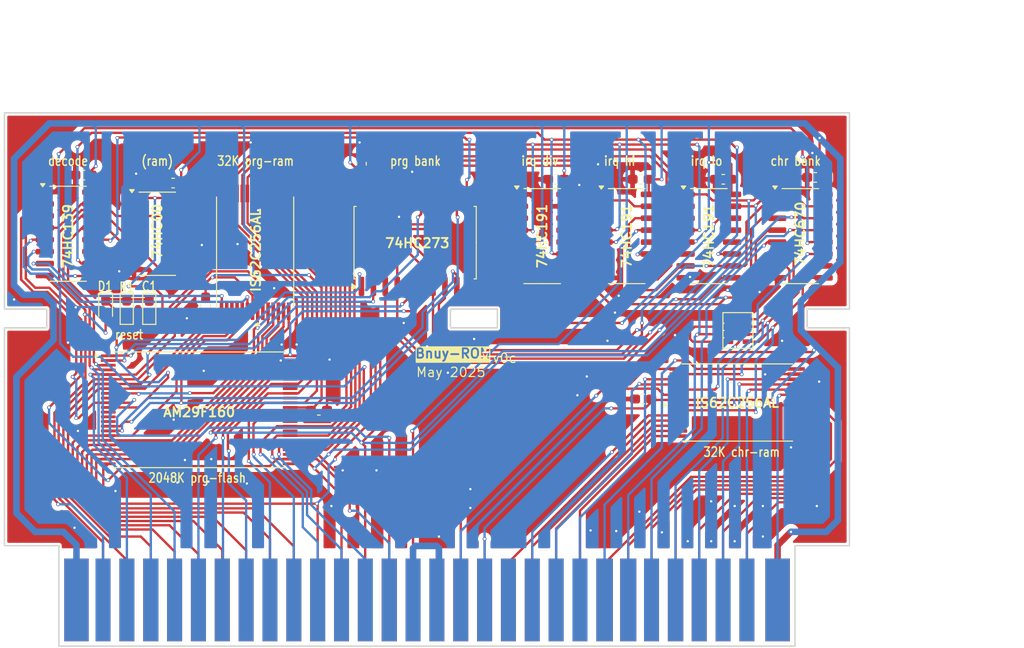
<source format=kicad_pcb>
(kicad_pcb (version 20241229) (generator "pcbnew") (generator_version "9.0")
  (title_block (comment 4 "AISLER Project ID: VZOPRJAU"))
  (layers (0 "F.Cu" signal) (2 "B.Cu" signal) (13 "F.Paste" user) (15 "B.Paste" user) (5 "F.SilkS" user "F.Silkscreen") (7 "B.SilkS" user "B.Silkscreen") (1 "F.Mask" user) (3 "B.Mask" user) (25 "Edge.Cuts" user))
  (net 0 "")
  (net 1 "/R~{W}")
  (net 2 "/~{pWR}")
  (net 3 "GND")
  (net 4 "/cA11")
  (net 5 "VCC")
  (net 6 "/~{pRD}")
  (net 7 "/pD0")
  (net 8 "/pD1")
  (net 9 "/pD2")
  (net 10 "/pD3")
  (net 11 "/~{RESET}")
  (net 12 "/cD7")
  (net 13 "/cD6")
  (net 14 "/cD5")
  (net 15 "/cD4")
  (net 16 "/cD3")
  (net 17 "/cD2")
  (net 18 "/cD1")
  (net 19 "/cD0")
  (net 20 "/~{ROMSEL}")
  (net 21 "/pA10")
  (net 22 "/pA11")
  (net 24 "/pD7")
  (net 25 "/pD6")
  (net 26 "/pD5")
  (net 27 "/pD4")
  (net 28 "/pA13")
  (net 29 "/pA12")
  (net 30 "/pA7")
  (net 31 "/pA6")
  (net 32 "/pA5")
  (net 33 "/pA4")
  (net 34 "/pA3")
  (net 35 "/pA2")
  (net 36 "/pA1")
  (net 37 "/pA0")
  (net 38 "/pA9")
  (net 39 "/pA8")
  (net 40 "/cA14")
  (net 41 "/cA10")
  (net 42 "/cA9")
  (net 43 "/cA8")
  (net 44 "/cA7")
  (net 45 "/cA6")
  (net 46 "/cA5")
  (net 47 "/cA4")
  (net 48 "/cA3")
  (net 49 "/cA2")
  (net 50 "/cA1")
  (net 51 "/cA0")
  (net 52 "/~{IRQ}")
  (net 53 "/cA12")
  (net 54 "/cA13")
  (net 55 "/cBank3")
  (net 56 "/cBank2")
  (net 57 "/cBank1")
  (net 58 "/cBank0")
  (net 59 "/~{irqWr}")
  (net 60 "/pBank0")
  (net 61 "/pBank1")
  (net 62 "/pBank2")
  (net 63 "/pBank3")
  (net 64 "/~{R}")
  (net 65 "/~{chrWR}")
  (net 66 "/~{prgWR}")
  (net 67 "Net-(U2A-O0)")
  (net 68 "/~{loR}")
  (net 69 "/~{loW}")
  (net 73 "Net-(U5-Q3)")
  (net 81 "Net-(U4-Q2)")
  (net 82 "/~{IRQRun}")
  (net 83 "/~{SAMCS}")
  (net 89 "/~{samWr}")
  (net 94 "/cBank5")
  (net 97 "/cBank4")
  (net 104 "Net-(U10-~{CE})")
  (net 105 "/M2")
  (net 106 "Net-(U8-Pad12)")
  (net 107 "Net-(U8-Pad10)")
  (net 109 "Net-(H1-cAUDIO)")
  (footprint "PCM_Capacitor_SMD_AKL:C_0603_1608Metric_Pad1.08x0.95mm_HandSolder" (layer "F.Cu") (at 111.4 93 -90)
    (property "Reference" "C1")
    (property "Value" "1nF")
  )
  (footprint "Capacitor_SMD:C_0603_1608Metric_Pad1.08x0.95mm_HandSolder" (layer "F.Cu") (at 154.7375 79.2)
    (property "Reference" "C8" (hide yes))
    (property "Value" "C_Small")
  )
  (footprint "Package_SO:SOIC-16_3.9x9.9mm_P1.27mm" (layer "F.Cu") (at 162.25 85.25)
    (property "Reference" "U6" (hide yes))
    (property "Value" "74HC191")
  )
  (footprint "Package_SO:SOIC-16_3.9x9.9mm_P1.27mm" (layer "F.Cu") (at 180.75 85.25)
    (property "Reference" "U7" (hide yes))
    (property "Value" "74HC670")
  )
  (footprint "PCM_Resistor_SMD_AKL:R_0603_1608Metric_Pad1.05x0.95mm_HandSolder" (layer "F.Cu") (at 109 93 90)
    (property "Reference" "R1")
    (property "Value" "4.7K")
  )
  (footprint "Package_SO:SOIC-14_3.9x8.7mm_P1.27mm" (layer "F.Cu") (at 112.25 85)
    (property "Reference" "U8" (hide yes))
    (property "Value" "74HC00")
  )
  (footprint "Capacitor_SMD:C_0603_1608Metric_Pad1.08x0.95mm_HandSolder" (layer "F.Cu") (at 172.5375 79.2)
    (property "Reference" "C12" (hide yes))
    (property "Value" "C_Small")
  )
  (footprint "Capacitor_SMD:C_0603_1608Metric_Pad1.08x0.95mm_HandSolder" (layer "F.Cu") (at 104.3875 78.75)
    (property "Reference" "C3" (hide yes))
    (property "Value" "C_Small")
  )
  (footprint "Footprint:TSOP-I-28_11.8x8mm_P0.55mm_MiddlePin" (layer "F.Cu") (at 173.8 103.25)
    (property "Reference" "U9" (hide yes))
    (property "Value" "IS62C256AL")
  )
  (footprint "Capacitor_SMD:C_0603_1608Metric_Pad1.08x0.95mm_HandSolder" (layer "F.Cu") (at 117.4 92.6625 90)
    (property "Reference" "C7" (hide yes))
    (property "Value" "C_Small")
  )
  (footprint "Footprint:TSOP-I-28_11.8x8mm_P0.55mm_MiddlePin" (layer "F.Cu") (at 122.95 87.2 90)
    (property "Reference" "U10" (hide yes))
    (property "Value" "IS62C256AL")
  )
  (footprint "Capacitor_SMD:C_0603_1608Metric_Pad1.08x0.95mm_HandSolder" (layer "F.Cu") (at 113.9375 79.6)
    (property "Reference" "C4" (hide yes))
    (property "Value" "C_Small")
  )
  (footprint "Package_SO:SOIC-20W_7.5x12.8mm_P1.27mm" (layer "F.Cu") (at 139.715 85.95 90)
    (property "Reference" "U3" (hide yes))
    (property "Value" "74HC273")
  )
  (footprint "Package_SO:SOIC-16_3.9x9.9mm_P1.27mm" (layer "F.Cu") (at 153.25 85.25)
    (property "Reference" "U4" (hide yes))
    (property "Value" "74HC191")
  )
  (footprint "Capacitor_SMD:C_0603_1608Metric_Pad1.08x0.95mm_HandSolder" (layer "F.Cu") (at 163.7375 79.2)
    (property "Reference" "C9" (hide yes))
    (property "Value" "C_Small")
  )
  (footprint "Capacitor_SMD:C_0603_1608Metric_Pad1.08x0.95mm_HandSolder" (layer "F.Cu") (at 182.3375 79)
    (property "Reference" "C10" (hide yes))
    (property "Value" "C_Small")
  )
  (footprint "Capacitor_SMD:C_0603_1608Metric_Pad1.08x0.95mm_HandSolder" (layer "F.Cu") (at 134 77.5375 -90)
    (property "Reference" "C6" (hide yes))
    (property "Value" "C_Small")
  )
  (footprint "Package_SO:SOIC-16_3.9x9.9mm_P1.27mm" (layer "F.Cu") (at 102.75 85)
    (property "Reference" "U2" (hide yes))
    (property "Value" "74HC139")
  )
  (footprint "Capacitor_SMD:C_0603_1608Metric_Pad1.08x0.95mm_HandSolder" (layer "F.Cu") (at 129.4625 103.8 180)
    (property "Reference" "C5" (hide yes))
    (property "Value" "C_Small")
  )
  (footprint "famicom:Famicom Cartridge Edge Connector (long legs)" (layer "F.Cu") (at 101.7745 118.6)
    (property "Reference" "H1" (hide yes))
    (property "Value" "Famicom_Cartridge_Edge" (hide yes))
  )
  (footprint "Capacitor_SMD:C_0603_1608Metric_Pad1.08x0.95mm_HandSolder" (layer "F.Cu") (at 164 102.6)
    (property "Reference" "C11" (hide yes))
    (property "Value" "C_Small")
  )
  (footprint "Diode_SMD:D_0603_1608Metric_Pad1.05x0.95mm_HandSolder" (layer "F.Cu") (at 106.75 93 -90)
    (property "Reference" "D1")
    (property "Value" "1N4148")
  )
  (footprint "Package_SO:SOIC-16_3.9x9.9mm_P1.27mm" (layer "F.Cu") (at 171 85.25)
    (property "Reference" "U5" (hide yes))
    (property "Value" "74HC191")
  )
  (footprint "Package_SO:TSOP-I-48_18.4x12mm_P0.5mm" (layer "F.Cu") (at 116.71875 103.75)
    (property "Reference" "U1" (hide yes))
    (property "Value" "AM29F160")
  )
  (footprint "PCM_Resistor_SMD_AKL:R_Array_Convex_4x0603" (layer "F.Cu") (at 174.1 95.3)
    (property "Reference" "RN1" (hide yes))
    (property "Value" "R_Pack04" (hide yes))
  )
  (gr_line (start 181.4745 93.02) (end 181.4745 95.02) (stroke (width 0.15)) (layer "Edge.Cuts"))
  (gr_line (start 148.4745 95.02) (end 148.4745 93.02) (stroke (width 0.15)) (layer "Edge.Cuts"))
  (gr_line (start 181.4745 95.02) (end 185.9745 95.02) (stroke (width 0.15)) (layer "Edge.Cuts"))
  (gr_line (start 143.4745 93.02) (end 143.4745 95.02) (stroke (width 0.15)) (layer "Edge.Cuts"))
  (gr_line (start 185.9745 95.02) (end 185.9745 118.22) (stroke (width 0.15)) (layer "Edge.Cuts"))
  (gr_line (start 185.9745 118.22) (end 180.1745 118.22) (stroke (width 0.15)) (layer "Edge.Cuts"))
  (gr_line (start 95.9745 118.22) (end 101.7745 118.22) (stroke (width 0.15)) (layer "Edge.Cuts"))
  (gr_line (start 148.4745 93.02) (end 143.4745 93.02) (stroke (width 0.15)) (layer "Edge.Cuts"))
  (gr_line (start 180.1745 118.22) (end 180.1745 128.92) (stroke (width 0.15)) (layer "Edge.Cuts"))
  (gr_line (start 100.4745 95.02) (end 95.9745 95.02) (stroke (width 0.15)) (layer "Edge.Cuts"))
  (gr_line (start 95.9745 72.12) (end 95.9745 93.02) (stroke (width 0.15)) (layer "Edge.Cuts"))
  (gr_line (start 95.9745 93.02) (end 100.4745 93.02) (stroke (width 0.15)) (layer "Edge.Cuts"))
  (gr_line (start 101.7745 118.22) (end 101.7745 128.92) (stroke (width 0.15)) (layer "Edge.Cuts"))
  (gr_line (start 181.4745 72.12) (end 100.4745 72.12) (stroke (width 0.15)) (layer "Edge.Cuts"))
  (gr_line (start 180.1745 128.92) (end 101.7745 128.92) (stroke (width 0.15)) (layer "Edge.Cuts"))
  (gr_line (start 95.9745 95.02) (end 95.9745 118.22) (stroke (width 0.15)) (layer "Edge.Cuts"))
  (gr_line (start 100.4745 93.02) (end 100.4745 95.02) (stroke (width 0.15)) (layer "Edge.Cuts"))
  (gr_line (start 185.9745 72.12) (end 181.4745 72.12) (stroke (width 0.15)) (layer "Edge.Cuts"))
  (gr_line (start 185.9745 72.12) (end 185.9745 93.02) (stroke (width 0.15)) (layer "Edge.Cuts"))
  (gr_line (start 100.4745 72.12) (end 95.9745 72.12) (stroke (width 0.15)) (layer "Edge.Cuts"))
  (gr_line (start 185.9745 93.02) (end 181.4745 93.02) (stroke (width 0.15)) (layer "Edge.Cuts"))
  (gr_line (start 143.4745 95.02) (end 148.4745 95.02) (stroke (width 0.15)) (layer "Edge.Cuts"))
  (gr_text "irq hi" (at 161.5 77.25 0) (layer "F.SilkS") (effects (font (size 1 0.8))))
  (gr_text "irq lo" (at 170.75 77.25 0) (layer "F.SilkS") (effects (font (size 1 0.8))))
  (gr_text "2048K prg-flash" (at 116.5 111 0) (layer "F.SilkS") (effects (font (size 1 0.8))))
  (gr_text "irq div" (at 153 77.25 0) (layer "F.SilkS") (effects (font (size 1 0.8))))
  (gr_text "32K prg-ram" (at 122.72 77.25 0) (layer "F.SilkS") (effects (font (size 1 0.8))))
  (gr_text "prg bank" (at 139.75 77.25 0) (layer "F.SilkS") (effects (font (size 1 0.8))))
  (gr_text "v0c" (at 149.25 98.25 0) (layer "F.SilkS") (effects (font (size 1 1) (thickness 0.125))))
  (gr_text "Bnuy-ROM" (at 143.75 97.75 0) (layer "F.SilkS" knockout) (effects (font (size 1 1) (thickness 0.2) (bold yes))))
  (gr_text "reset" (at 109.25 95.75 0) (layer "F.SilkS") (effects (font (size 1 0.8))))
  (gr_text "32K chr-ram" (at 174.5 108.25 0) (layer "F.SilkS") (effects (font (size 1 0.8))))
  (gr_text "decode" (at 102.75 77.25 0) (layer "F.SilkS") (effects (font (size 1 0.8))))
  (gr_text "(ram)" (at 112.25 77.25 0) (layer "F.SilkS") (effects (font (size 1 0.8))))
  (gr_text "May 2025" (at 139.75 99.75 0) (layer "F.SilkS") (effects (font (size 1 1) (thickness 0.125)) (justify left)))
  (gr_text "chr bank" (at 180.25 77.25 0) (layer "F.SilkS") (effects (font (size 1 0.8))))
  (segment (start 97.75 83.375) (end 99.3 81.825) (width 0.25) (layer "F.Cu") (net 1))
  (segment (start 99.06319 91.201) (end 98.799 90.93681) (width 0.25) (layer "F.Cu") (net 1))
  (segment (start 103.621232 104.621232) (end 103.878768 104.621232) (width 0.25) (layer "F.Cu") (net 1))
  (segment (start 103.173232 93.811042) (end 103.161271 93.811042) (width 0.25) (layer "F.Cu") (net 1))
  (segment (start 98.06319 90.201) (end 97.799 89.93681) (width 0.25) (layer "F.Cu") (net 1))
  (segment (start 136.9645 106.751) (end 136.9645 124) (width 0.25) (layer "F.Cu") (net 1))
  (segment (start 105.5 103) (end 107.03125 103) (width 0.25) (layer "F.Cu") (net 1))
  (segment (start 103.878768 104.621232) (end 105.5 103) (width 0.25) (layer "F.Cu") (net 1))
  (segment (start 100.56319 91.201) (end 99.43681 91.201) (width 0.25) (layer "F.Cu") (net 1))
  (segment (start 109.8 102.7) (end 109.5 103) (width 0.25) (layer "F.Cu") (net 1))
  (segment (start 99.43681 91.201) (end 99.06319 91.201) (width 0.25) (layer "F.Cu") (net 1))
  (segment (start 103.622 94.25981) (end 103.173232 93.811042) (width 0.25) (layer "F.Cu") (net 1))
  (segment (start 102.588958 93.226768) (end 100.56319 91.201) (width 0.25) (layer "F.Cu") (net 1))
  (segment (start 102.897081 93.546852) (end 102.853148 93.502919) (width 0.25) (layer "F.Cu") (net 1))
  (segment (start 97.799 89.93681) (end 97.75 89.88781) (width 0.25) (layer "F.Cu") (net 1))
  (segment (start 99.3 81.825) (end 100.275 81.825) (width 0.25) (layer "F.Cu") (net 1))
  (segment (start 102.853148 93.502919) (end 102.588958 93.238729) (width 0.25) (layer "F.Cu") (net 1))
  (segment (start 97.75 89.88781) (end 97.75 83.375) (width 0.25) (layer "F.Cu") (net 1))
  (segment (start 98.799 90.93681) (end 98.06319 90.201) (width 0.25) (layer "F.Cu") (net 1))
  (segment (start 102.588958 93.238729) (end 102.588958 93.226768) (width 0.25) (layer "F.Cu") (net 1))
  (segment (start 103.161271 93.811042) (end 102.897081 93.546852) (width 0.25) (layer "F.Cu") (net 1))
  (segment (start 103.241268 100.241268) (end 103.622 99.860536) (width 0.25) (layer "F.Cu") (net 1))
  (segment (start 103.622 99.860536) (end 103.622 94.25981) (width 0.25) (layer "F.Cu") (net 1))
  (segment (start 109.5 103) (end 107.03125 103) (width 0.25) (layer "F.Cu") (net 1))
  (via (at 103.241268 100.241268) (size 0.4) (drill 0.25) (layers "F.Cu" "B.Cu") (net 1))
  (via (at 109.8 102.7) (size 0.4) (drill 0.25) (layers "F.Cu" "B.Cu") (net 1))
  (via (at 103.621232 104.621232) (size 0.4) (drill 0.25) (layers "F.Cu" "B.Cu") (net 1))
  (via (at 136.9645 106.751) (size 0.4) (drill 0.25) (layers "F.Cu" "B.Cu") (net 1))
  (segment (start 116.879767 106.501) (end 117.719445 105.661322) (width 0.25) (layer "B.Cu") (net 1))
  (segment (start 103.622 101.622) (end 103.621232 101.622768) (width 0.25) (layer "B.Cu") (net 1))
  (segment (start 107.974 104.526) (end 107.974 106.192877) (width 0.25) (layer "B.Cu") (net 1))
  (segment (start 103.622 100.622) (end 103.622 101.622) (width 0.25) (layer "B.Cu") (net 1))
  (segment (start 109.8 102.7) (end 107.974 104.526) (width 0.25) (layer "B.Cu") (net 1))
  (segment (start 108.282123 106.501) (end 116.879767 106.501) (width 0.25) (layer "B.Cu") (net 1))
  (segment (start 103.241268 100.241268) (end 103.622 100.622) (width 0.25) (layer "B.Cu") (net 1))
  (segment (start 136.836284 106.622784) (end 136.9645 106.751) (width 0.25) (layer "B.Cu") (net 1))
  (segment (start 133.411322 105.661322) (end 134.372784 106.622784) (width 0.25) (layer "B.Cu") (net 1))
  (segment (start 103.621232 101.622768) (end 103.621232 104.621232) (width 0.25) (layer "B.Cu") (net 1))
  (segment (start 117.719445 105.661322) (end 133.411322 105.661322) (width 0.25) (layer "B.Cu") (net 1))
  (segment (start 134.372784 106.622784) (end 136.836284 106.622784) (width 0.25) (layer "B.Cu") (net 1))
  (segment (start 107.974 106.192877) (end 108.282123 106.501) (width 0.25) (layer "B.Cu") (net 1))
  (segment (start 165.551 101.501) (end 166.2 102.15) (width 0.25) (layer "F.Cu") (net 2))
  (segment (start 166.2 102.15) (end 167.75 102.15) (width 0.25) (layer "F.Cu") (net 2))
  (segment (start 159.749 101.501) (end 165.551 101.501) (width 0.25) (layer "F.Cu") (net 2))
  (segment (start 159 102.25) (end 159.749 101.501) (width 0.25) (layer "F.Cu") (net 2))
  (via (at 159 102.25) (size 0.4) (drill 0.25) (layers "F.Cu" "B.Cu") (net 2))
  (segment (start 159 102.25) (end 144.5745 116.6755) (width 0.25) (layer "B.Cu") (net 2))
  (segment (start 144.5745 116.6755) (end 144.5745 124) (width 0.25) (layer "B.Cu") (net 2))
  (segment (start 129.38781 108.5) (end 129.843905 108.956095) (width 0.25) (layer "F.Cu") (net 3))
  (segment (start 127.1 92) (end 125.9 90.8) (width 0.25) (layer "F.Cu") (net 3))
  (segment (start 125.4 98.5) (end 126.40625 98.5) (width 0.25) (layer "F.Cu") (net 3))
  (segment (start 100.311368 116.311368) (end 103.438632 116.311368) (width 0.25) (layer "F.Cu") (net 3))
  (segment (start 102.4 93.818905) (end 102.4 99.8) (width 0.25) (layer "F.Cu") (net 3))
  (segment (start 129.843905 108.956095) (end 131.08781 110.2) (width 0.25) (layer "F.Cu") (net 3))
  (segment (start 155.725 89.695) (end 155.725 88.425) (width 0.25) (layer "F.Cu") (net 3))
  (segment (start 155.725 82.075) (end 153.075 82.075) (width 0.25) (layer "F.Cu") (net 3))
  (segment (start 177 103.25) (end 180.3 103.25) (width 0.25) (layer "F.Cu") (net 3))
  (segment (start 115.875 93.525) (end 115.4 94) (width 0.25) (layer "F.Cu") (net 3))
  (segment (start 99.8 115.8) (end 100.311368 116.311368) (width 0.25) (layer "F.Cu") (net 3))
  (segment (start 99.8 112.2) (end 99.8 115.8) (width 0.25) (layer "F.Cu") (net 3))
  (segment (start 98.6 111) (end 99.8 112.2) (width 0.25) (layer "F.Cu") (net 3))
  (segment (start 182.025 76.4) (end 181.475 76.95) (width 0.25) (layer "F.Cu") (net 3))
  (segment (start 103.6445 116.517236) (end 103.6445 124) (width 0.25) (layer "F.Cu") (net 3))
  (segment (start 103.525 78.75) (end 103 78.75) (width 0.25) (layer "F.Cu") (net 3))
  (segment (start 130.325 98.675) (end 130.6 98.4) (width 0.25) (layer "F.Cu") (net 3))
  (segment (start 98.4 103.8) (end 98.6 104) (width 0.25) (layer "F.Cu") (net 3))
  (segment (start 122.95 82.45625) (end 122.99375 82.5) (width 0.25) (layer "F.Cu") (net 3))
  (segment (start 103.525 77.875) (end 103.525 78.75) (width 0.25) (layer "F.Cu") (net 3))
  (segment (start 122.95 80.7) (end 122.95 82.45625) (width 0.25) (layer "F.Cu") (net 3))
  (segment (start 103.565958 92.735958) (end 103.565958 92.834042) (width 0.25) (layer "F.Cu") (net 3))
  (segment (start 116.925 75.275) (end 122.2 75.275) (width 0.25) (layer "F.Cu") (net 3))
  (segment (start 142.0345 124) (end 142.0345 117.4655) (width 0.25) (layer "F.Cu") (net 3))
  (segment (start 153.075 82.075) (end 151.805 80.805) (width 0.25) (layer "F.Cu") (net 3))
  (segment (start 151.805 80.805) (end 150.775 80.805) (width 0.25) (layer "F.Cu") (net 3))
  (segment (start 180.29 99.95) (end 177.025 99.95) (width 0.25) (layer "F.Cu") (net 3))
  (segment (start 101.195 80.555) (end 100.275 80.555) (width 0.25) (layer "F.Cu") (net 3))
  (segment (start 103.438632 116.311368) (end 103.6445 116.517236) (width 0.25) (layer "F.Cu") (net 3))
  (segment (start 105.725 76.6) (end 104.8 76.6) (width 0.25) (layer "F.Cu") (net 3))
  (segment (start 131.08781 110.2) (end 132 110.2) (width 0.25) (layer "F.Cu") (net 3))
  (segment (start 127.1 96.8) (end 127.1 92) (width 0.25) (layer "F.Cu") (net 3))
  (segment (start 106.725 77.6) (end 105.725 76.6) (width 0.25) (layer "F.Cu") (net 3))
  (segment (start 113.075 79.6) (end 113.075 79.125) (width 0.25) (layer "F.Cu") (net 3))
  (segment (start 109 77.6) (end 106.725 77.6) (width 0.25) (layer "F.Cu") (net 3))
  (segment (start 178.275 89.695) (end 177.905 89.695) (width 0.25) (layer "F.Cu") (net 3))
  (segment (start 104.8 76.6) (end 103.525 77.875) (width 0.25) (layer "F.Cu") (net 3))
  (segment (start 109.775 88.81) (end 108.39 88.81) (width 0.25) (layer "F.Cu") (net 3))
  (segment (start 100.275 89.445) (end 103.565958 92.735958) (width 0.25) (layer "F.Cu") (net 3))
  (segment (start 133.8 75.275) (end 134 75.475) (width 0.25) (layer "F.Cu") (net 3))
  (segment (start 110 78.6) (end 109 77.6) (width 0.25) (layer "F.Cu") (net 3))
  (segment (start 103 78.75) (end 101.195 80.555) (width 0.25) (layer "F.Cu") (net 3))
  (segment (start 134 75.475) (end 134 76.675) (width 0.25) (layer "F.Cu") (net 3))
  (segment (start 177.025 99.95) (end 177 99.975) (width 0.25) (layer "F.Cu") (net 3))
  (segment (start 150.775 89.695) (end 155.725 89.695) (width 0.25) (layer "F.Cu") (net 3))
  (segment (start 102.4 99.8) (end 98.4 103.8) (width 0.25) (layer "F.Cu") (net 3))
  (segment (start 127.1 96.8) (end 125.5 96.8) (width 0.25) (layer "F.Cu") (net 3))
  (segment (start 117.4 93.525) (end 115.875 93.525) (width 0.25) (layer "F.Cu") (net 3))
  (segment (start 125.9 90.8) (end 124.7 90.8) (width 0.25) (layer "F.Cu") (net 3))
  (segment (start 181.475 76.95) (end 181.475 79) (width 0.25) (layer "F.Cu") (net 3))
  (segment (start 126.40625 108.5) (end 129.38781 108.5) (width 0.25) (layer "F.Cu") (net 3))
  (segment (start 97 92) (end 100.581095 92) (width 0.25) (layer "F.Cu") (net 3))
  (segment (start 108.39 88.81) (end 108.2 89) (width 0.25) (layer "F.Cu") (net 3))
  (segment (start 113.075 79.125) (end 116.925 75.275) (width 0.25) (layer "F.Cu") (net 3))
  (segment (start 100.581095 92) (end 102.4 93.818905) (width 0.25) (layer "F.Cu") (net 3))
  (segment (start 98.6 104) (end 98.6 111) (width 0.25) (layer "F.Cu") (net 3))
  (segment (start 142.0345 117.4655) (end 142.25 117.25) (width 0.25) (layer "F.Cu") (net 3))
  (segment (start 130.325 103.8) (end 130.325 98.675) (width 0.25) (layer "F.Cu") (net 3))
  (via (at 130.6 98.4) (size 0.4) (drill 0.25) (layers "F.Cu" "B.Cu") (net 3))
  (via (at 173 91) (size 0.4) (drill 0.25) (layers "F.Cu" "B.Cu") (net 3))
  (via (at 171.25 117.75) (size 0.4) (drill 0.25) (layers "F.Cu" "B.Cu") (net 3))
  (via (at 107.8 112.4) (size 0.4) (drill 0.25) (layers "F.Cu" "B.Cu") (net 3))
  (via (at 145.6 114.2) (size 0.4) (drill 0.25) (layers "F.Cu" "B.Cu") (net 3))
  (via (at 115.4 94) (size 0.4) (drill 0.25) (layers "F.Cu" "B.Cu") (net 3))
  (via (at 168.75 117.75) (size 0.4) (drill 0.25) (layers "F.Cu" "B.Cu") (net 3))
  (via (at 103.438632 116.311368) (size 0.4) (drill 0.25) (layers "F.Cu" "B.Cu") (net 3))
  (via (at 157.2 79.8) (size 0.4) (drill 0.25) (layers "F.Cu" "B.Cu") (net 3))
  (via (at 133.8 75.275) (size 0.4) (drill 0.25) (layers "F.Cu" "B.Cu") (net 3))
  (via (at 117.2 99.6) (size 0.4) (drill 0.25) (layers "F.Cu" "B.Cu") (net 3))
  (via (at 145.6 112.2) (size 0.4) (drill 0.25) (layers "F.Cu" "B.Cu") (net 3))
  (via (at 114.4 111.5) (size 0.4) (drill 0.25) (layers "F.Cu" "B.Cu") (net 3))
  (via (at 166 116.8) (size 0.4) (drill 0.25) (layers "F.Cu" "B.Cu") (net 3))
  (via (at 143.2 99.8) (size 0.4) (drill 0.25) (layers "F.Cu" "B.Cu") (net 3))
  (via (at 182.75 100.75) (size 0.4) (drill 0.25) (layers "F.Cu" "B.Cu") (net 3))
  (via (at 146 96.2) (size 0.4) (drill 0.25) (layers "F.Cu" "B.Cu") (net 3))
  (via (at 120.8 86.1) (size 0.4) (drill 0.25) (layers "F.Cu" "B.Cu") (net 3))
  (via (at 177 99.975) (size 0.4) (drill 0.25) (layers "F.Cu" "B.Cu") (net 3))
  (via (at 114 104.8) (size 0.4) (drill 0.25) (layers "F.Cu" "B.Cu") (net 3))
  (via (at 176.75 117.25) (size 0.4) (drill 0.25) (layers "F.Cu" "B.Cu") (net 3))
  (via (at 124.7 90.8) (size 0.4) (drill 0.25) (layers "F.Cu" "B.Cu") (net 3))
  (via (at 122.2 75.275) (size 0.4) (drill 0.25) (layers "F.Cu" "B.Cu") (net 3))
  (via (at 160.2 96.4) (size 0.4) (drill 0.25) (layers "F.Cu" "B.Cu") (net 3))
  (via (at 135.6 110.2) (size 0.4) (drill 0.25) (layers "F.Cu" "B.Cu") (net 3))
  (via (at 125.5 96.8) (size 0.4) (drill 0.25) (layers "F.Cu" "B.Cu") (net 3))
  (via (at 115.2 109.1) (size 0.4) (drill 0.25) (layers "F.Cu" "B.Cu") (net 3))
  (via (at 159.2 77.6) (size 0.4) (drill 0.25) (layers "F.Cu" "B.Cu") (net 3))
  (via (at 142.25 117.25) (size 0.4) (drill 0.25) (layers "F.Cu" "B.Cu") (net 3))
  (via (at 110 78.6) (size 0.4) (drill 0.25) (layers "F.Cu" "B.Cu") (net 3))
  (via (at 102.744749 96.58891) (size 0.4) (drill 0.25) (layers "F.Cu" "B.Cu") (net 3))
  (via (at 177 103.25) (size 0.4) (drill 0.25) (layers "F.Cu" "B.Cu") (net 3))
  (via (at 121.8 111.6) (size 0.4) (drill 0.25) (layers "F.Cu" "B.Cu") (net 3))
  (via (at 138 83.2) (size 0.4) (drill 0.25) (layers "F.Cu" "B.Cu") (net 3))
  (via (at 171.25 113.5) (size 0.4) (drill 0.25) (layers "F.Cu" "B.Cu") (net 3))
  (via (at 163.6 114.6) (size 0.4) (drill 0.25) (layers "F.Cu" "B.Cu") (net 3))
  (via (at 182.025 76.4) (size 0.4) (drill 0.25) (layers "F.Cu" "B.Cu") (net 3))
  (via (at 117.7 111.4) (size 0.4) (drill 0.25) (layers "F.Cu" "B.Cu") (net 3))
  (via (at 125.4 98.5) (size 0.4) (drill 0.25) (layers "F.Cu" "B.Cu") (net 3))
  (via (at 141 97) (size 0.4) (drill 0.25) (layers "F.Cu" "B.Cu") (net 3))
  (via (at 158.4 116.6) (size 0.4) (drill 0.25) (layers "F.Cu" "B.Cu") (net 3))
  (via (at 158 100.2) (size 0.4) (drill 0.25) (layers "F.Cu" "B.Cu") (net 3))
  (via (at 157 102.2) (size 0.4) (drill 0.25) (layers "F.Cu" "B.Cu") (net 3))
  (via (at 176.4 91.2) (size 0.4) (drill 0.25) (layers "F.Cu" "B.Cu") (net 3))
  (via (at 182.5 114) (size 0.4) (drill 0.25) (layers "F.Cu" "B.Cu") (net 3))
  (via (at 132 110.2) (size 0.4) (drill 0.25) (layers "F.Cu" "B.Cu") (net 3))
  (via (at 169 89.6) (size 0.4) (drill 0.25) (layers "F.Cu" "B.Cu") (net 3))
  (via (at 103.8 106) (size 0.4) (drill 0.25) (layers "F.Cu" "B.Cu") (net 3))
  (via (at 138.5 94.5) (size 0.4) (drill 0.25) (layers "F.Cu" "B.Cu") (net 3))
  (via (at 108.2 89) (size 0.4) (drill 0.25) (layers "F.Cu" "B.Cu") (net 3))
  (via (at 173.75 117.75) (size 0.4) (drill 0.25) (layers "F.Cu" "B.Cu") (net 3))
  (via (at 110.2 95.5) (size 0.4) (drill 0.25) (layers "F.Cu" "B.Cu") (net 3))
  (via (at 176.75 114) (size 0.4) (drill 0.25) (layers "F.Cu" "B.Cu") (net 3))
  (via (at 167.4 95.8) (size 0.4) (drill 0.25) (layers "F.Cu" "B.Cu") (net 3))
  (via (at 103.565958 92.834042) (size 0.4) (drill 0.25) (layers "F.Cu" "B.Cu") (net 3))
  (via (at 173.75 114) (size 0.4) (drill 0.25) (layers "F.Cu" "B.Cu") (net 3))
  (via (at 178.8 96.4) (size 0.4) (drill 0.25) (layers "F.Cu" "B.Cu") (net 3))
  (via (at 122.99375 82.5) (size 0.4) (drill 0.25) (layers "F.Cu" "B.Cu") (net 3))
  (via (at 123.3 88.5) (size 0.4) (drill 0.25) (layers "F.Cu" "B.Cu") (net 3))
  (via (at 179.75 107.75) (size 0.4) (drill 0.25) (layers "F.Cu" "B.Cu") (net 3))
  (via (at 117 86.2) (size 0.4) (drill 0.25) (layers "F.Cu" "B.Cu") (net 3))
  (via (at 97 92) (size 0.4) (drill 0.25) (layers "F.Cu" "B.Cu") (net 3))
  (via (at 161.4 91.6) (size 0.4) (drill 0.25) (layers "F.Cu" "B.Cu") (net 3))
  (via (at 130.8 114) (size 0.4) (drill 0.25) (layers "F.Cu" "B.Cu") (net 3))
  (via (at 139.4 78.4) (size 0.4) (drill 0.25) (layers "F.Cu" "B.Cu") (net 3))
  (via (at 127.1 96.8) (size 0.4) (drill 0.25) (layers "F.Cu" "B.Cu") (net 3))
  (via (at 161 93.4) (size 0.4) (drill 0.25) (layers "F.Cu" "B.Cu") (net 3))
  (via (at 161.137305 116.662252) (size 0.4) (drill 0.25) (layers "F.Cu" "B.Cu") (net 3))
  (via (at 118 109) (size 0.4) (drill 0.25) (layers "F.Cu" "B.Cu") (net 3))
  (segment (start 183 77.375) (end 182.025 76.4) (width 0.25) (layer "B.Cu") (net 3))
  (segment (start 110.8 94.5) (end 111.3 94) (width 0.25) (layer "B.Cu") (net 3))
  (segment (start 178.8 91.8) (end 183 87.6) (width 0.25) (layer "B.Cu") (net 3))
  (segment (start 128.4 77.4) (end 130 79) (width 0.25) (layer "B.Cu") (net 3))
  (segment (start 110.2 95.3) (end 110.8 94.7) (width 0.25) (layer "B.Cu") (net 3))
  (segment (start 110.2 95.5) (end 110.2 95.3) (width 0.25) (layer "B.Cu") (net 3))
  (segment (start 178.8 96.4) (end 178.8 91.8) (width 0.25) (layer "B.Cu") (net 3))
  (segment (start 122.2 77.8125) (end 122.99375 78.60625) (width 0.25) (layer "B.Cu") (net 3))
  (segment (start 110.8 94.7) (end 110.8 94.5) (width 0.25) (layer "B.Cu") (net 3))
  (segment (start 122.99375 78.60625) (end 124.2 77.4) (width 0.25) (layer "B.Cu") (net 3))
  (segment (start 125.4 98.5) (end 125.5 98.4) (width 0.25) (layer "B.Cu") (net 3))
  (segment (start 132 110.2) (end 135.6 110.2) (width 0.25) (layer "B.Cu") (net 3))
  (segment (start 122.99375 82.5) (end 122.99375 78.60625) (width 0.25) (layer "B.Cu") (net 3))
  (segment (start 124.2 77.4) (end 128.4 77.4) (width 0.25) (layer "B.Cu") (net 3))
  (segment (start 106.5 92.8) (end 103.6 92.8) (width 0.25) (layer "B.Cu") (net 3))
  (segment (start 111.3 94) (end 115.4 94) (width 0.25) (layer "B.Cu") (net 3))
  (segment (start 133.8 78.6) (end 133.8 75.275) (width 0.25) (layer "B.Cu") (net 3))
  (segment (start 122.2 75.275) (end 122.2 77.8125) (width 0.25) (layer "B.Cu") (net 3))
  (segment (start 110.2 95.5) (end 109.2 95.5) (width 0.25) (layer "B.Cu") (net 3))
  (segment (start 109.2 95.5) (end 106.5 92.8) (width 0.25) (layer "B.Cu") (net 3))
  (segment (start 183 87.6) (end 183 77.375) (width 0.25) (layer "B.Cu") (net 3))
  (segment (start 108.525 80.075) (end 108.525 88.675) (width 0.25) (layer "B.Cu") (net 3))
  (segment (start 133.4 79) (end 133.8 78.6) (width 0.25) (layer "B.Cu") (net 3))
  (segment (start 110 78.6) (end 108.525 80.075) (width 0.25) (layer "B.Cu") (net 3))
  (segment (start 177 99.975) (end 177 103.25) (width 0.25) (layer "B.Cu") (net 3))
  (segment (start 108.525 88.675) (end 108.2 89) (width 0.25) (layer "B.Cu") (net 3))
  (segment (start 125.5 98.4) (end 130.6 98.4) (width 0.25) (layer "B.Cu") (net 3))
  (segment (start 103.6 92.8) (end 103.565958 92.834042) (width 0.25) (layer "B.Cu") (net 3))
  (segment (start 130 79) (end 133.4 79) (width 0.25) (layer "B.Cu") (net 3))
  (segment (start 116.8 95) (end 119.127 95) (width 0.25) (layer "F.Cu") (net 4))
  (segment (start 101.75 104.25) (end 105.5 100.5) (width 0.25) (layer "F.Cu") (net 4))
  (segment (start 105.5 100.5) (end 107.03125 100.5) (width 0.25) (layer "F.Cu") (net 4))
  (segment (start 119.127 95) (end 119.616 94.511) (width 0.25) (layer "F.Cu") (net 4))
  (segment (start 107.03125 100.5) (end 110.2 100.5) (width 0.25) (layer "F.Cu") (net 4))
  (segment (start 119.616 93.984) (end 119.65 93.95) (width 0.25) (layer "F.Cu") (net 4))
  (segment (start 106.4745 117.86231) (end 101.75 113.13781) (width 0.25) (layer "F.Cu") (net 4))
  (segment (start 110.2 100.5) (end 111.893905 98.806095) (width 0.25) (layer "F.Cu") (net 4))
  (segment (start 106.4745 123.62) (end 106.4745 117.86231) (width 0.25) (layer "F.Cu") (net 4))
  (segment (start 111.893905 98.806095) (end 112.993905 98.806095) (width 0.25) (layer "F.Cu") (net 4))
  (segment (start 119.616 94.511) (end 119.616 93.25) (width 0.25) (layer "F.Cu") (net 4))
  (segment (start 101.75 113.13781) (end 101.75 104.25) (width 0.25) (layer "F.Cu") (net 4))
  (segment (start 119.616 93.25) (end 119.65 93.25) (width 0.25) (layer "F.Cu") (net 4))
  (segment (start 112.993905 98.806095) (end 116.8 95) (width 0.25) (layer "F.Cu") (net 4))
  (segment (start 119.65 93.95) (end 119.65 93.25) (width 0.25) (layer "F.Cu") (net 4))
  (segment (start 128.3 103.5) (end 126.40625 103.5) (width 0.25) (layer "F.Cu") (net 5))
  (segment (start 128.4 89.4) (end 128.408778 89.4) (width 0.25) (layer "F.Cu") (net 5))
  (segment (start 171.5 96.5) (end 173.2 96.5) (width 0.25) (layer "F.Cu") (net 5))
  (segment (start 164.6 79.2) (end 164.6 80.68) (width 0.25) (layer "F.Cu") (net 5))
  (segment (start 128.6 103.8) (end 128.3 103.5) (width 0.25) (layer "F.Cu") (net 5))
  (segment (start 132.8 77.4) (end 134 78.6) (width 0.25) (layer "F.Cu") (net 5))
  (segment (start 182.2 97.4) (end 182 97.6) (width 0.25) (layer "F.Cu") (net 5))
  (segment (start 117.4 90.27562) (end 117.4 91.8) (width 0.25) (layer "F.Cu") (net 5))
  (segment (start 118.127947 89.652327) (end 118.023293 89.652327) (width 0.25) (layer "F.Cu") (net 5))
  (segment (start 164.6 79.2) (end 165.975 79.2) (width 0.25) (layer "F.Cu") (net 5))
  (segment (start 105.25 78.75) (end 105.25 80.53) (width 0.25) (layer "F.Cu") (net 5))
  (segment (start 160.6 103.6) (end 164.2 103.6) (width 0.25) (layer "F.Cu") (net 5))
  (segment (start 164.67 80.75) (end 164.725 80.805) (width 0.25) (layer "F.Cu") (net 5))
  (segment (start 105.25 80.53) (end 105.225 80.555) (width 0.25) (layer "F.Cu") (net 5))
  (segment (start 112.5375 93.8625) (end 112.8 93.6) (width 0.25) (layer "F.Cu") (net 5))
  (segment (start 177.525 102.725) (end 177.5 102.7) (width 0.25) (layer "F.Cu") (net 5))
  (segment (start 112 81.19) (end 114.725 81.19) (width 0.25) (layer "F.Cu") (net 5))
  (segment (start 155.6 79.2) (end 155.6 80.68) (width 0.25) (layer "F.Cu") (net 5))
  (segment (start 179.75 116.75) (end 178.32 118.18) (width 0.7) (layer "F.Cu") (net 5))
  (segment (start 118.023293 89.652327) (end 117.4 90.27562) (width 0.25) (layer "F.Cu") (net 5))
  (segment (start 155.6 79.2) (end 155.6 78.275) (width 0.25) (layer "F.Cu") (net 5))
  (segment (start 153.135 85.885) (end 153.25 86) (width 0.25) (layer "F.Cu") (net 5))
  (segment (start 183.2 80.78) (end 183.225 80.805) (width 0.25) (layer "F.Cu") (net 5))
  (segment (start 129.75 102.65) (end 128.6 103.8) (width 0.25) (layer "F.Cu") (net 5))
  (segment (start 183.2 77.4) (end 183.2 79) (width 0.25) (layer "F.Cu") (net 5))
  (segment (start 164.2 103.6) (end 164.8625 102.9375) (width 0.25) (layer "F.Cu") (net 5))
  (segment (start 118.127947 89.652327) (end 120.496204 89.652327) (width 0.25) (layer "F.Cu") (net 5))
  (segment (start 109.775 81.19) (end 112 81.19) (width 0.25) (layer "F.Cu") (net 5))
  (segment (start 169.6 85.8) (end 169.515 85.885) (width 0.25) (layer "F.Cu") (net 5))
  (segment (start 114.8 81.115) (end 114.725 81.19) (width 0.25) (layer "F.Cu") (net 5))
  (segment (start 169.5 94.9) (end 173.2 94.9) (width 0.25) (layer "F.Cu") (net 5))
  (segment (start 182 97.6) (end 171.5 97.6) (width 0.25) (layer "F.Cu") (net 5))
  (segment (start 129.75 90.741222) (end 129.75 102.65) (width 0.25) (layer "F.Cu") (net 5))
  (segment (start 164.6 80.68) (end 164.725 80.805) (width 0.25) (layer "F.Cu") (net 5))
  (segment (start 122.4 91.556123) (end 122.4 93.25) (width 0.25) (layer "F.Cu") (net 5))
  (segment (start 177.5 102.7) (end 167.75 102.7) (width 0.25) (layer "F.Cu") (net 5))
  (segment (start 178.32 118.18) (end 178.32 124) (width 0.7) (layer "F.Cu") (net 5))
  (segment (start 111.7125 93.8625) (end 112.5375 93.8625) (width 0.25) (layer "F.Cu") (net 5))
  (segment (start 105.25 78.75) (end 105.25 78.25) (width 0.25) (layer "F.Cu") (net 5))
  (segment (start 171.5 97.6) (end 171.5 96.5) (width 0.25) (layer "F.Cu") (net 5))
  (segment (start 171 77.4) (end 173.2 77.4) (width 0.25) (layer "F.Cu") (net 5))
  (segment (start 173.4 77.6) (end 173.4 79) (width 0.25) (layer "F.Cu") (net 5))
  (segment (start 169 95.4) (end 169.5 94.9) (width 0.25) (layer "F.Cu") (net 5))
  (segment (start 164.8625 102.9375) (end 164.8625 102.6) (width 0.25) (layer "F.Cu") (net 5))
  (segment (start 161.115 85.885) (end 159.775 85.885) (width 0.25) (layer "F.Cu") (net 5))
  (segment (start 173.2 77.4) (end 173.4 77.6) (width 0.25) (layer "F.Cu") (net 5))
  (segment (start 112.8 93.6) (end 112.8 91.6) (width 0.25) (layer "F.Cu") (net 5))
  (segment (start 169.515 85.885) (end 168.525 85.885) (width 0.25) (layer "F.Cu") (net 5))
  (segment (start 182.8 74.8) (end 182.8 77) (width 0.25) (layer "F.Cu") (net 5))
  (segment (start 164.8625 102.6) (end 164.9625 102.7) (width 0.25) (layer "F.Cu") (net 5))
  (segment (start 134 78.6) (end 134 80.885) (width 0.25) (layer "F.Cu") (net 5))
  (segment (start 155.67 80.75) (end 155.725 80.805) (width 0.25) (layer "F.Cu") (net 5))
  (segment (start 114.8 79.6) (end 114.8 81.115) (width 0.25) (layer "F.Cu") (net 5))
  (segment (start 128.408778 89.4) (end 129.75 90.741222) (width 0.25) (layer "F.Cu") (net 5))
  (segment (start 177.795 102.725) (end 177.525 102.725) (width 0.25) (layer "F.Cu") (net 5))
  (segment (start 173.4 79) (end 173.4 80.73) (width 0.25) (layer "F.Cu") (net 5))
  (segment (start 173.2 94.1) (end 173.2 94.9) (width 0.25) (layer "F.Cu") (net 5))
  (segment (start 164.9625 102.7) (end 167.75 102.7) (width 0.25) (layer "F.Cu") (net 5))
  (segment (start 169.3 96.5) (end 169 96.2) (width 0.25) (layer "F.Cu") (net 5))
  (segment (start 111.8 90.6) (end 109.2 90.6) (width 0.25) (layer "F.Cu") (net 5))
  (segment (start 183.2 79) (end 183.2 80.78) (width 0.25) (layer "F.Cu") (net 5))
  (segment (start 169.3 96.5) (end 171.5 96.5) (width 0.25) (layer "F.Cu") (net 5))
  (segment (start 147.1145 117.5) (end 147.1145 124) (width 0.25) (layer "F.Cu") (net 5))
  (segment (start 173.4 80.73) (end 173.475 80.805) (width 0.25) (layer "F.Cu") (net 5))
  (segment (start 112.8 91.6) (end 111.8 90.6) (width 0.25) (layer "F.Cu") (net 5))
  (segment (start 182.8 77) (end 183.2 77.4) (width 0.25) (layer "F.Cu") (net 5))
  (segment (start 109.775 81.19) (end 109.775 82.46) (width 0.25) (layer "F.Cu") (net 5))
  (segment (start 155.6 80.68) (end 155.725 80.805) (width 0.25) (layer "F.Cu") (net 5))
  (segment (start 105.25 78.25) (end 105.7 77.8) (width 0.25) (layer "F.Cu") (net 5))
  (segment (start 114.8 79.6) (end 114.8 78.2) (width 0.25) (layer "F.Cu") (net 5))
  (segment (start 150.775 85.885) (end 153.135 85.885) (width 0.25) (layer "F.Cu") (net 5))
  (segment (start 120.496204 89.652327) (end 122.4 91.556123) (width 0.25) (layer "F.Cu") (net 5))
  (segment (start 169 96.2) (end 169 95.4) (width 0.25) (layer "F.Cu") (net 5))
  (via (at 112 81.19) (size 0.4) (drill 0.25) (layers "F.Cu" "B.Cu") (net 5))
  (via (at 128.4 89.4) (size 0.4) (drill 0.25) (layers "F.Cu" "B.Cu") (net 5))
  (via (at 153.25 86) (size 0.4) (drill 0.25) (layers "F.Cu" "B.Cu") (net 5))
  (via (at 132.8 77.4) (size 0.4) (drill 0.25) (layers "F.Cu" "B.Cu") (net 5))
  (via (at 171 77.4) (size 0.4) (drill 0.25) (layers "F.Cu" "B.Cu") (net 5))
  (via (at 118.127947 89.652327) (size 0.4) (drill 0.25) (layers "F.Cu" "B.Cu") (net 5))
  (via (at 182.8 74.8) (size 0.4) (drill 0.25) (layers "F.Cu" "B.Cu") (net 5))
  (via (at 155.6 78.275) (size 0.4) (drill 0.25) (layers "F.Cu" "B.Cu") (net 5))
  (via (at 165.975 79.2) (size 0.4) (drill 0.25) (layers "F.Cu" "B.Cu") (net 5))
  (via (at 160.6 103.6) (size 0.4) (drill 0.25) (layers "F.Cu" "B.Cu") (net 5))
  (via (at 169.6 85.8) (size 0.4) (drill 0.25) (layers "F.Cu" "B.Cu") (net 5))
  (via (at 109.2 90.6) (size 0.4) (drill 0.25) (layers "F.Cu" "B.Cu") (net 5))
  (via (at 177.795 102.725) (size 0.4) (drill 0.25) (layers "F.Cu" "B.Cu") (net 5))
  (via (at 161.115 85.885) (size 0.4) (drill 0.25) (layers "F.Cu" "B.Cu") (net 5))
  (via (at 114.8 78.2) (size 0.4) (drill 0.25) (layers "F.Cu" "B.Cu") (net 5))
  (via (at 182.2 97.4) (size 0.4) (drill 0.25) (layers "F.Cu" "B.Cu") (net 5))
  (via (at 179.75 116.75) (size 0.4) (drill 0.25) (layers "F.Cu" "B.Cu") (net 5))
  (via (at 105.7 77.8) (size 0.4) (drill 0.25) (layers "F.Cu" "B.Cu") (net 5))
  (via (at 147.1145 117.5) (size 0.4) (drill 0.25) (layers "F.Cu" "B.Cu") (net 5))
  (segment (start 184.75 99.25) (end 184.75 115.5) (width 0.7) (layer "B.Cu") (net 5))
  (segment (start 100.75 73.25) (end 105.25 73.25) (width 0.7) (layer "B.Cu") (net 5))
  (segment (start 165.6 73.25) (end 171 73.25) (width 0.7) (layer "B.Cu") (net 5))
  (segment (start 182.25 96.75) (end 184.75 99.25) (width 0.7) (layer "B.Cu") (net 5))
  (segment (start 182.8 74.8) (end 181.25 73.25) (width 0.7) (layer "B.Cu") (net 5))
  (segment (start 155.6 73.25) (end 162.25 73.25) (width 0.7) (layer "B.Cu") (net 5))
  (segment (start 155.6 78.275) (end 155.6 73.25) (width 0.25) (layer "B.Cu") (net 5))
  (segment (start 152.5 73.25) (end 155.6 73.25) (width 0.7) (layer "B.Cu") (net 5))
  (segment (start 122.5 89.4) (end 122.5 85.25) (width 0.25) (layer "B.Cu") (net 5))
  (segment (start 165.975 79.2) (end 165.975 73.625) (width 0.25) (layer "B.Cu") (net 5))
  (segment (start 118.380274 89.4) (end 122.5 89.4) (width 0.25) (layer "B.Cu") (net 5))
  (segment (start 103.6445 118.1445) (end 102.25 116.75) (width 0.7) (layer "B.Cu") (net 5))
  (segment (start 114.8 78.2) (end 116.75 76.25) (width 0.25) (layer "B.Cu") (net 5))
  (segment (start 184.75 115.5) (end 183.5 116.75) (width 0.7) (layer "B.Cu") (net 5))
  (segment (start 116.75 73.25) (end 105.25 73.25) (width 0.7) (layer "B.Cu") (net 5))
  (segment (start 133 73.25) (end 133.75 73.25) (width 0.25) (layer "B.Cu") (net 5))
  (segment (start 97 77) (end 100.75 73.25) (width 0.7) (layer "B.Cu") (net 5))
  (segment (start 121.5 84.25) (end 121.5 73.75) (width 0.25) (layer "B.Cu") (net 5))
  (segment (start 171 77.4) (end 171 73.25) (width 0.25) (layer "B.Cu") (net 5))
  (segment (start 97.25 114.75) (end 97.25 100.25) (width 0.7) (layer "B.Cu") (net 5))
  (segment (start 182.8 74.8) (end 185 77) (width 0.7) (layer "B.Cu") (net 5))
  (segment (start 121 73.25) (end 133.75 73.25) (width 0.7) (layer "B.Cu") (net 5))
  (segment (start 118.127947 89.652327) (end 118.380274 89.4) (width 0.25) (layer "B.Cu") (net 5))
  (segment (start 102.25 116.75) (end 99.25 116.75) (width 0.7) (layer "B.Cu") (net 5))
  (segment (start 116.75 76.25) (end 116.75 73.25) (width 0.25) (layer "B.Cu") (net 5))
  (segment (start 177.795 102.005) (end 182.25 97.55) (width 0.25) (layer "B.Cu") (net 5))
  (segment (start 185 77) (end 185 88) (width 0.7) (layer "B.Cu") (net 5))
  (segment (start 99.25 116.75) (end 97.25 114.75) (width 0.7) (layer "B.Cu") (net 5))
  (segment (start 181.25 73.25) (end 171 73.25) (width 0.7) (layer "B.Cu") (net 5))
  (segment (start 112 87.8) (end 109.2 90.6) (width 0.25) (layer "B.Cu") (net 5))
  (segment (start 182.25 97.55) (end 182.25 96.75) (width 0.25) (layer "B.Cu") (net 5))
  (segment (start 103.6445 124) (end 103.6445 118.1445) (width 0.7) (layer "B.Cu") (net 5))
  (segment (start 116.75 73.25) (end 121 73.25) (width 0.7) (layer "B.Cu") (net 5))
  (segment (start 162.25 80.75) (end 162.25 73.25) (width 0.25) (layer "B.Cu") (net 5))
  (segment (start 185 88) (end 180.8 92.2) (width 0.7) (layer "B.Cu") (net 5))
  (segment (start 161.115 85.885) (end 162.25 84.75) (width 0.25) (layer "B.Cu") (net 5))
  (segment (start 97 90.5) (end 97 77) (width 0.7) (layer "B.Cu") (net 5))
  (segment (start 147.1145 116.3355) (end 147.1145 124) (width 0.25) (layer "B.Cu") (net 5))
  (segment (start 180.8 95.3) (end 182.25 96.75) (width 0.7) (layer "B.Cu") (net 5))
  (segment (start 132.8 77.4) (end 132.8 73.45) (width 0.25) (layer "B.Cu") (net 5))
  (segment (start 98 91.5) (end 97 90.5) (width 0.7) (layer "B.Cu") (net 5))
  (segment (start 105.7 77.8) (end 105.7 73.7) (width 0.25) (layer "B.Cu") (net 5))
  (segment (start 165.975 73.625) (end 165.6 73.25) (width 0.25) (layer "B.Cu") (net 5))
  (segment (start 177.795 102.725) (end 177.795 102.005) (width 0.25) (layer "B.Cu") (net 5))
  (segment (start 180.8 92.2) (end 180.8 95.3) (width 0.7) (layer "B.Cu") (net 5))
  (segment (start 171 84.4) (end 171 77.4) (width 0.25) (layer "B.Cu") (net 5))
  (segment (start 122.5 85.25) (end 121.5 84.25) (width 0.25) (layer "B.Cu") (net 5))
  (segment (start 183.5 116.75) (end 179.75 116.75) (width 0.7) (layer "B.Cu") (net 5))
  (segment (start 101.2 96.3) (end 101.2 92.45) (width 0.7) (layer "B.Cu") (net 5))
  (segment (start 160.6 103.6) (end 159.85 103.6) (width 0.25) (layer "B.Cu") (net 5))
  (segment (start 100.25 91.5) (end 98 91.5) (width 0.7) (layer "B.Cu") (net 5))
  (segment (start 97.25 100.25) (end 101.2 96.3) (width 0.7) (layer "B.Cu") (net 5))
  (segment (start 153.25 81) (end 153.25 86) (width 0.25) (layer "B.Cu") (net 5))
  (segment (start 128.4 89.4) (end 122.5 89.4) (width 0.25) (layer "B.Cu") (net 5))
  (segment (start 101.2 92.45) (end 100.25 91.5) (width 0.7) (layer "B.Cu") (net 5))
  (segment (start 153.25 81) (end 153.25 73.25) (width 0.25) (layer "B.Cu") (net 5))
  (segment (start 133.75 73.25) (end 152.5 73.25) (width 0.7) (layer "B.Cu") (net 5))
  (segment (start 121.5 73.75) (end 121 73.25) (width 0.25) (layer "B.Cu") (net 5))
  (segment (start 159.85 103.6) (end 147.1145 116.3355) (width 0.25) (layer "B.Cu") (net 5))
  (segment (start 112 81.19) (end 112 87.8) (width 0.25) (layer "B.Cu") (net 5))
  (segment (start 162.25 73.25) (end 165.6 73.25) (width 0.7) (layer "B.Cu") (net 5))
  (segment (start 105.7 73.7) (end 105.25 73.25) (width 0.25) (layer "B.Cu") (net 5))
  (segment (start 132.8 73.45) (end 133 73.25) (width 0.25) (layer "B.Cu") (net 5))
  (segment (start 169.6 85.8) (end 171 84.4) (width 0.25) (layer "B.Cu") (net 5))
  (segment (start 162.25 84.75) (end 162.25 80.75) (width 0.25) (layer "B.Cu") (net 5))
  (segment (start 144.5745 112.0255) (end 144.5745 124) (width 0.25) (layer "F.Cu") (net 6))
  (segment (start 155.6 101) (end 144.5745 112.0255) (width 0.25) (layer "F.Cu") (net 6))
  (segment (start 164.2 99.4) (end 162.6 101) (width 0.25) (layer "F.Cu") (net 6))
  (segment (start 162.6 101) (end 155.6 101) (width 0.25) (layer "F.Cu") (net 6))
  (segment (start 167.75 99.4) (end 164.2 99.4) (width 0.25) (layer "F.Cu") (net 6))
  (segment (start 183 108.72438) (end 183 105.75) (width 0.25) (layer "F.Cu") (net 7))
  (segment (start 169.65793 112.25) (end 179.47438 112.25) (width 0.25) (layer "F.Cu") (net 7))
  (segment (start 179.47438 112.25) (end 183 108.72438) (width 0.25) (layer "F.Cu") (net 7))
  (segment (start 167.4545 114.45343) (end 169.65793 112.25) (width 0.25) (layer "F.Cu") (net 7))
  (segment (start 183 105.75) (end 182.15 104.9) (width 0.25) (layer "F.Cu") (net 7))
  (segment (start 182.15 104.9) (end 180.3 104.9) (width 0.25) (layer "F.Cu") (net 7))
  (segment (start 167.4545 124) (end 167.4545 114.45343) (width 0.25) (layer "F.Cu") (net 7))
  (segment (start 179.66119 112.701) (end 179.28757 112.701) (width 0.25) (layer "F.Cu") (net 8))
  (segment (start 180.3 104.35) (end 182.35 104.35) (width 0.25) (layer "F.Cu") (net 8))
  (segment (start 183.18681 109.17538) (end 179.92538 112.43681) (width 0.25) (layer "F.Cu") (net 8))
  (segment (start 179.86219 112.5) (end 179.66119 112.701) (width 0.25) (layer "F.Cu") (net 8))
  (segment (start 169.9745 116.5255) (end 169.9745 124) (width 0.25) (layer "F.Cu") (net 8))
  (segment (start 183.451 108.91119) (end 183.18681 109.17538) (width 0.25) (layer "F.Cu") (net 8))
  (segment (start 179.28757 112.701) (end 173.799 112.701) (width 0.25) (layer "F.Cu") (net 8))
  (segment (start 183.5 105.5) (end 183.5 108.86219) (width 0.25) (layer "F.Cu") (net 8))
  (segment (start 179.92538 112.43681) (end 179.86219 112.5) (width 0.25) (layer "F.Cu") (net 8))
  (segment (start 182.35 104.35) (end 183.5 105.5) (width 0.25) (layer "F.Cu") (net 8))
  (segment (start 173.799 112.701) (end 169.9745 116.5255) (width 0.25) (layer "F.Cu") (net 8))
  (segment (start 183.5 108.86219) (end 183.451 108.91119) (width 0.25) (layer "F.Cu") (net 8))
  (segment (start 179.848 113.152) (end 184 109) (width 0.25) (layer "F.Cu") (net 9))
  (segment (start 172.5145 124) (end 172.5145 116.7355) (width 0.25) (layer "F.Cu") (net 9))
  (segment (start 184 109) (end 184 105.25) (width 0.25) (layer "F.Cu") (net 9))
  (segment (start 182.55 103.8) (end 180.3 103.8) (width 0.25) (layer "F.Cu") (net 9))
  (segment (start 184 105.25) (end 182.55 103.8) (width 0.25) (layer "F.Cu") (net 9))
  (segment (start 176.098 113.152) (end 179.848 113.152) (width 0.25) (layer "F.Cu") (net 9))
  (segment (start 172.5145 116.7355) (end 176.098 113.152) (width 0.25) (layer "F.Cu") (net 9))
  (segment (start 175.0545 116.9455) (end 175.0545 124) (width 0.25) (layer "F.Cu") (net 10))
  (segment (start 180.29 102.7) (end 182.2 102.7) (width 0.25) (layer "F.Cu") (net 10))
  (segment (start 184.5 109.13781) (end 180.03481 113.603) (width 0.25) (layer "F.Cu") (net 10))
  (segment (start 180.03481 113.603) (end 178.397 113.603) (width 0.25) (layer "F.Cu") (net 10))
  (segment (start 184.5 105) (end 184.5 109.13781) (width 0.25) (layer "F.Cu") (net 10))
  (segment (start 182.2 102.7) (end 184.5 105) (width 0.25) (layer "F.Cu") (net 10))
  (segment (start 178.397 113.603) (end 175.0545 116.9455) (width 0.25) (layer "F.Cu") (net 10))
  (segment (start 107.03125 103.5) (end 110.243876 103.5) (width 0.25) (layer "F.Cu") (net 11))
  (segment (start 133.8 90.85) (end 133.8 89.3) (width 0.25) (layer "F.Cu") (net 11))
  (segment (start 107.926 97.074) (end 107.9 97.1) (width 0.25) (layer "F.Cu") (net 11))
  (segment (start 111.275 91.975) (end 106.625 91.975) (width 0.25) (layer "F.Cu") (net 11))
  (segment (start 106.625 91.975) (end 107.926 93.276) (width 0.25) (layer "F.Cu") (net 11))
  (segment (start 110.243876 103.5) (end 113.4 100.343877) (width 0.25) (layer "F.Cu") (net 11))
  (segment (start 113.4 100.343877) (end 113.4 99.8) (width 0.25) (layer "F.Cu") (net 11))
  (segment (start 107.926 93.276) (end 107.926 97.074) (width 0.25) (layer "F.Cu") (net 11))
  (segment (start 111.4 92.1) (end 111.275 91.975) (width 0.25) (layer "F.Cu") (net 11))
  (via (at 133.8 89.3) (size 0.4) (drill 0.25) (layers "F.Cu" "B.Cu") (net 11))
  (via (at 107.9 97.1) (size 0.4) (drill 0.25) (layers "F.Cu" "B.Cu") (net 11))
  (via (at 113.4 99.8) (size 0.4) (drill 0.25) (layers "F.Cu" "B.Cu") (net 11))
  (segment (start 113.4 99.8) (end 112.4 100.8) (width 0.25) (layer "B.Cu") (net 11))
  (segment (start 112.4 100.8) (end 110.306123 100.8) (width 0.25) (layer "B.Cu") (net 11))
  (segment (start 133.8 90.7) (end 133.25 91.25) (width 0.25) (layer "B.Cu") (net 11))
  (segment (start 125.86219 91.25) (end 120.81319 96.299) (width 0.25) (layer "B.Cu") (net 11))
  (segment (start 133.8 89.3) (end 133.8 90.7) (width 0.25) (layer "B.Cu") (net 11))
  (segment (start 107.9 98.393877) (end 107.9 97.1) (width 0.25) (layer "B.Cu") (net 11))
  (segment (start 120.81319 96.299) (end 108.701 96.299) (width 0.25) (layer "B.Cu") (net 11))
  (segment (start 133.25 91.25) (end 125.86219 91.25) (width 0.25) (layer "B.Cu") (net 11))
  (segment (start 110.306123 100.8) (end 107.9 98.393877) (width 0.25) (layer "B.Cu") (net 11))
  (segment (start 108.701 96.299) (end 107.9 97.1) (width 0.25) (layer "B.Cu") (net 11))
  (segment (start 127.75 91.65) (end 120.21875 84.11875) (width 0.25) (layer "F.Cu") (net 12))
  (segment (start 164.776 76.026) (end 167 78.25) (width 0.25) (layer "F.Cu") (net 12))
  (segment (start 118.480607 106.730607) (end 118.480607 106.281847) (width 0.25) (layer "F.Cu") (net 12))
  (segment (start 126.40625 100) (end 126.43025 100.024) (width 0.25) (layer "F.Cu") (net 12))
  (segment (start 127.75 99.875118) (end 127.75 91.65) (width 0.25) (layer "F.Cu") (net 12))
  (segment (start 135.995 83) (end 136.54 82.455) (width 0.25) (layer "F.Cu") (net 12))
  (segment (start 136.54 78.21) (end 138.724 76.026) (width 0.25) (layer "F.Cu") (net 12))
  (segment (start 118.480607 106.281847) (end 124.762454 100) (width 0.25) (layer "F.Cu") (net 12))
  (segment (start 167 78.25) (end 167 88.394999) (width 0.25) (layer "F.Cu") (net 12))
  (segment (start 120.21875 78.57438) (end 123.54313 75.25) (width 0.25) (layer "F.Cu") (net 12))
  (segment (start 132.30448 81.6) (end 133.70448 83) (width 0.25) (layer "F.Cu") (net 12))
  (segment (start 124.762454 100) (end 126.40625 100) (width 0.25) (layer "F.Cu") (net 12))
  (segment (start 138.724 76.026) (end 164.776 76.026) (width 0.25) (layer "F.Cu") (net 12))
  (segment (start 126.43025 100.024) (end 127.601118 100.024) (width 0.25) (layer "F.Cu") (net 12))
  (segment (start 127.601118 100.024) (end 127.75 99.875118) (width 0.25) (layer "F.Cu") (net 12))
  (segment (start 132.30448 78.66667) (end 132.30448 81.6) (width 0.25) (layer "F.Cu") (net 12))
  (segment (start 133.70448 83) (end 135.995 83) (width 0.25) (layer "F.Cu") (net 12))
  (segment (start 165.699999 89.695) (end 164.725 89.695) (width 0.25) (layer "F.Cu") (net 12))
  (segment (start 120.21875 84.11875) (end 120.21875 78.57438) (width 0.25) (layer "F.Cu") (net 12))
  (segment (start 167 88.394999) (end 165.699999 89.695) (width 0.25) (layer "F.Cu") (net 12))
  (segment (start 123.54313 75.25) (end 128.88781 75.25) (width 0.25) (layer "F.Cu") (net 12))
  (segment (start 136.54 82.455) (end 136.54 78.21) (width 0.25) (layer "F.Cu") (net 12))
  (segment (start 128.88781 75.25) (end 132.30448 78.66667) (width 0.25) (layer "F.Cu") (net 12))
  (via (at 118.480607 106.730607) (size 0.4) (drill 0.25) (layers "F.Cu" "B.Cu") (net 12))
  (segment (start 116.6345 108.576714) (end 118.480607 106.730607) (width 0.25) (layer "B.Cu") (net 12))
  (segment (start 116.6345 124) (end 116.6345 108.576714) (width 0.25) (layer "B.Cu") (net 12))
  (segment (start 122.200132 103.200132) (end 119.25 106.150264) (width 0.25) (layer "F.Cu") (net 13))
  (segment (start 127.262928 101) (end 126.40625 101) (width 0.25) (layer "F.Cu") (net 13))
  (segment (start 133.56667 83.5) (end 131.85348 81.78681) (width 0.25) (layer "F.Cu") (net 13))
  (segment (start 166.5 87.75) (end 166.5 78.5) (width 0.25) (layer "F.Cu") (net 13))
  (segment (start 128.25 91.51219) (end 128.25 100.012928) (width 0.25) (layer "F.Cu") (net 13))
  (segment (start 120.76875 84.03094) (end 128.25 91.51219) (width 0.25) (layer "F.Cu") (net 13))
  (segment (start 136.446 83.5) (end 133.56667 83.5) (width 0.25) (layer "F.Cu") (net 13))
  (segment (start 131.85348 78.85348) (end 128.75 75.75) (width 0.25) (layer "F.Cu") (net 13))
  (segment (start 123.68094 75.75) (end 120.76875 78.66219) (width 0.25) (layer "F.Cu") (net 13))
  (segment (start 128.25 100.012928) (end 127.262928 101) (width 0.25) (layer "F.Cu") (net 13))
  (segment (start 131.85348 81.78681) (end 131.85348 78.85348) (width 0.25) (layer "F.Cu") (net 13))
  (segment (start 124.400264 101) (end 122.200132 103.200132) (width 0.25) (layer "F.Cu") (net 13))
  (segment (start 119.25 106.150264) (end 119.25 106.75) (width 0.25) (layer "F.Cu") (net 13))
  (segment (start 164.75 76.75) (end 139 76.75) (width 0.25) (layer "F.Cu") (net 13))
  (segment (start 166.5 78.5) (end 164.75 76.75) (width 0.25) (layer "F.Cu") (net 13))
  (segment (start 139 76.75) (end 137.81 77.94) (width 0.25) (layer "F.Cu") (net 13))
  (segment (start 137.81 82.136) (end 136.446 83.5) (width 0.25) (layer "F.Cu") (net 13))
  (segment (start 165.825 88.425) (end 166.5 87.75) (width 0.25) (layer "F.Cu") (net 13))
  (segment (start 120.76875 78.66219) (end 120.76875 84.03094) (width 0.25) (layer "F.Cu") (net 13))
  (segment (start 126.40625 101) (end 124.400264 101) (width 0.25) (layer "F.Cu") (net 13))
  (segment (start 137.81 77.94) (end 137.81 82.136) (width 0.25) (layer "F.Cu") (net 13))
  (segment (start 128.75 75.75) (end 123.68094 75.75) (width 0.25) (layer "F.Cu") (net 13))
  (segment (start 164.725 88.425) (end 165.825 88.425) (width 0.25) (layer "F.Cu") (net 13))
  (via (at 119.25 106.75) (size 0.4) (drill 0.25) (layers "F.Cu" "B.Cu") (net 13))
  (segment (start 119.25 123.9245) (end 119.1745 124) (width 0.25) (layer "B.Cu") (net 13))
  (segment (start 119.25 106.75) (end 119.25 123.9245) (width 0.25) (layer "B.Cu") (net 13))
  (segment (start 127.262928 102) (end 126.40625 102) (width 0.25) (layer "F.Cu") (net 14))
  (segment (start 128.5 76.25) (end 123.81875 76.25) (width 0.25) (layer "F.Cu") (net 14))
  (segment (start 123.81875 76.25) (end 121.31875 78.75) (width 0.25) (layer "F.Cu") (net 14))
  (segment (start 141.62 79.13) (end 141.62 83.38) (width 0.25) (layer "F.Cu") (net 14))
  (segment (start 121.31875 78.75) (end 121.31875 83.94313) (width 0.25) (layer "F.Cu") (net 14))
  (segment (start 133.20248 84) (end 131.40248 82.2) (width 0.25) (layer "F.Cu") (net 14))
  (segment (start 119.769037 106.269037) (end 124.038074 102) (width 0.25) (layer "F.Cu") (net 14))
  (segment (start 159.775 79.775) (end 157.201 77.201) (width 0.25) (layer "F.Cu") (net 14))
  (segment (start 143.549 77.201) (end 141.62 79.13) (width 0.25) (layer "F.Cu") (net 14))
  (segment (start 128.75 91.37438) (end 128.75 100.512928) (width 0.25) (layer "F.Cu") (net 14))
  (segment (start 141 84) (end 133.20248 84) (width 0.25) (layer "F.Cu") (net 14))
  (segment (start 119.875 108.125) (end 119.875 108.073) (width 0.25) (layer "F.Cu") (net 14))
  (segment (start 119.875 108.073) (end 119.776 107.974) (width 0.25) (layer "F.Cu") (net 14))
  (segment (start 131.40248 82.2) (end 131.40248 79.15248) (width 0.25) (layer "F.Cu") (net 14))
  (segment (start 128.75 100.512928) (end 127.262928 102) (width 0.25) (layer "F.Cu") (net 14))
  (segment (start 124.038074 102) (end 126.40625 102) (width 0.25) (layer "F.Cu") (net 14))
  (segment (start 121.31875 83.94313) (end 128.75 91.37438) (width 0.25) (layer "F.Cu") (net 14))
  (segment (start 119.776 107.974) (end 119.776 106.276) (width 0.25) (layer "F.Cu") (net 14))
  (segment (start 157.201 77.201) (end 143.549 77.201) (width 0.25) (layer "F.Cu") (net 14))
  (segment (start 131.40248 79.15248) (end 128.5 76.25) (width 0.25) (layer "F.Cu") (net 14))
  (segment (start 159.775 80.805) (end 159.775 79.775) (width 0.25) (layer "F.Cu") (net 14))
  (segment (start 119.776 106.276) (end 119.769037 106.269037) (width 0.25) (layer "F.Cu") (net 14))
  (segment (start 141.62 83.38) (end 141 84) (width 0.25) (layer "F.Cu") (net 14))
  (via (at 119.875 108.125) (size 0.4) (drill 0.25) (layers "F.Cu" "B.Cu") (net 14))
  (segment (start 119.875 108.125) (end 119.875 111.575) (width 0.25) (layer "B.Cu") (net 14))
  (segment (start 119.875 111.575) (end 121.7145 113.4145) (width 0.25) (layer "B.Cu") (net 14))
  (segment (start 121.7145 113.4145) (end 121.7145 124) (width 0.25) (layer "B.Cu") (net 14))
  (segment (start 122 109.225) (end 122 104.675884) (width 0.25) (layer "F.Cu") (net 15))
  (segment (start 164.725 82.075) (end 163.075 82.075) (width 0.25) (layer "F.Cu") (net 15))
  (segment (start 130.004 78.5) (end 128.254 76.75) (width 0.25) (layer "F.Cu") (net 15))
  (segment (start 158.456095 79.656095) (end 156.55 77.75) (width 0.25) (layer "F.Cu") (net 15))
  (segment (start 162.449 81.449) (end 158.56119 81.449) (width 0.25) (layer "F.Cu") (net 15))
  (segment (start 124.11875 76.75) (end 121.86875 79) (width 0.25) (layer "F.Cu") (net 15))
  (segment (start 144 77.75) (end 142.89 78.86) (width 0.25) (layer "F.Cu") (net 15))
  (segment (start 131.26715 84.5) (end 130.004 83.23685) (width 0.25) (layer "F.Cu") (net 15))
  (segment (start 128.254 76.75) (end 124.11875 76.75) (width 0.25) (layer "F.Cu") (net 15))
  (segment (start 142 84.5) (end 131.26715 84.5) (width 0.25) (layer "F.Cu") (net 15))
  (segment (start 163.075 82.075) (end 162.449 81.449) (width 0.25) (layer "F.Cu") (net 15))
  (segment (start 142.89 78.86) (end 142.89 83.61) (width 0.25) (layer "F.Cu") (net 15))
  (segment (start 158.56119 81.449) (end 158.456095 81.343905) (width 0.25) (layer "F.Cu") (net 15))
  (segment (start 142.89 83.61) (end 142 84.5) (width 0.25) (layer "F.Cu") (net 15))
  (segment (start 158.456095 81.343905) (end 158.456095 79.656095) (width 0.25) (layer "F.Cu") (net 15))
  (segment (start 127.96875 103) (end 126.40625 103) (width 0.25) (layer "F.Cu") (net 15))
  (segment (start 123.675884 103) (end 126.40625 103) (width 0.25) (layer "F.Cu") (net 15))
  (segment (start 121.86875 83.85532) (end 129.25 91.23657) (width 0.25) (layer "F.Cu") (net 15))
  (segment (start 130.004 83.23685) (end 130.004 78.5) (width 0.25) (layer "F.Cu") (net 15))
  (segment (start 129.25 101.71875) (end 127.96875 103) (width 0.25) (layer "F.Cu") (net 15))
  (segment (start 121.86875 79) (end 121.86875 83.85532) (width 0.25) (layer "F.Cu") (net 15))
  (segment (start 156.55 77.75) (end 144 77.75) (width 0.25) (layer "F.Cu") (net 15))
  (segment (start 122 104.675884) (end 123.675884 103) (width 0.25) (layer "F.Cu") (net 15))
  (segment (start 129.25 91.23657) (end 129.25 101.71875) (width 0.25) (layer "F.Cu") (net 15))
  (via (at 122 109.225) (size 0.4) (drill 0.25) (layers "F.Cu" "B.Cu") (net 15))
  (segment (start 124.2545 111.4795) (end 122 109.225) (width 0.25) (layer "B.Cu") (net 15))
  (segment (start 124.2545 124) (end 124.2545 111.4795) (width 0.25) (layer "B.Cu") (net 15))
  (segment (start 127.949 105.049) (end 127.4 104.5) (width 0.25) (layer "F.Cu") (net 16))
  (segment (start 127.4 104.5) (end 126.40625 104.5) (width 0.25) (layer "F.Cu") (net 16))
  (segment (start 161.199232 97.397) (end 143.147 97.397) (width 0.25) (layer "F.Cu") (net 16))
  (segment (start 132.4 98.45) (end 132.4 103.28657) (width 0.25) (layer "F.Cu") (net 16))
  (segment (start 130.25 90.49876) (end 130.25 96.3) (width 0.25) (layer "F.Cu") (net 16))
  (segment (start 129.553 83.42366) (end 129.553 78.75) (width 0.25) (layer "F.Cu") (net 16))
  (segment (start 176.655 83.345) (end 178.275 83.345) (width 0.25) (layer "F.Cu") (net 16))
  (segment (start 130.25 96.3) (end 132.4 98.45) (width 0.25) (layer "F.Cu") (net 16))
  (segment (start 124.56675 77.25) (end 122.41875 79.398) (width 0.25) (layer "F.Cu") (net 16))
  (segment (start 142.25 96.5) (end 142.25 93.5) (width 0.25) (layer "F.Cu") (net 16))
  (segment (start 122.5 108.225) (end 122.525 108.25) (width 0.25) (layer "F.Cu") (net 16))
  (segment (start 123.25 104.5) (end 122.5 105.25) (width 0.25) (layer "F.Cu") (net 16))
  (segment (start 142.25 93.5) (end 142.25 92.5) (width 0.25) (layer "F.Cu") (net 16))
  (segment (start 163.346232 95.25) (end 161.199232 97.397) (width 0.25) (layer "F.Cu") (net 16))
  (segment (start 128.053 77.25) (end 124.56675 77.25) (width 0.25) (layer "F.Cu") (net 16))
  (segment (start 142.89 89.590002) (end 138.299999 85) (width 0.25) (layer "F.Cu") (net 16))
  (segment (start 170.025 91.975) (end 172.305 89.695) (width 0.25) (layer "F.Cu") (net 16))
  (segment (start 130.63757 105.049) (end 127.949 105.049) (width 0.25) (layer "F.Cu") (net 16))
  (segment (start 142.89 90.6) (end 142.89 89.590002) (width 0.25) (layer "F.Cu") (net 16))
  (segment (start 173.475 89.695) (end 175.055 89.695) (width 0.25) (layer "F.Cu") (net 16))
  (segment (start 167.5 91.975) (end 170.025 91.975) (width 0.25) (layer "F.Cu") (net 16))
  (segment (start 129.553 78.75) (end 128.053 77.25) (width 0.25) (layer "F.Cu") (net 16))
  (segment (start 175.055 89.695) (end 175.5 89.25) (width 0.25) (layer "F.Cu") (net 16))
  (segment (start 122.41875 79.398) (end 122.41875 82.66751) (width 0.25) (layer "F.Cu") (net 16))
  (segment (start 143.147 97.397) (end 142.25 96.5) (width 0.25) (layer "F.Cu") (net 16))
  (segment (start 131.12934 85) (end 129.553 83.42366) (width 0.25) (layer "F.Cu") (net 16))
  (segment (start 142.25 92.5) (end 142.89 91.86) (width 0.25) (layer "F.Cu") (net 16))
  (segment (start 122.41875 82.66751) (end 130.25 90.49876) (width 0.25) (layer "F.Cu") (net 16))
  (segment (start 142.89 91.86) (end 142.89 90.6) (width 0.25) (layer "F.Cu") (net 16))
  (segment (start 175.5 89.25) (end 175.5 84.5) (width 0.25) (layer "F.Cu") (net 16))
  (segment (start 175.5 84.5) (end 176.655 83.345) (width 0.25) (layer "F.Cu") (net 16))
  (segment (start 138.299999 85) (end 131.12934 85) (width 0.25) (layer "F.Cu") (net 16))
  (segment (start 126.40625 104.5) (end 123.25 104.5) (width 0.25) (layer "F.Cu") (net 16))
  (segment (start 132.4 103.28657) (end 130.63757 105.049) (width 0.25) (layer "F.Cu") (net 16))
  (segment (start 122.5 105.25) (end 122.5 108.225) (width 0.25) (layer "F.Cu") (net 16))
  (segment (start 122.525 108.25) (end 122.525 108.5) (width 0.25) (layer "F.Cu") (net 16))
  (segment (start 172.305 89.695) (end 173.475 89.695) (width 0.25) (layer "F.Cu") (net 16))
  (via (at 122.525 108.5) (size 0.4) (drill 0.25) (layers "F.Cu" "B.Cu") (net 16))
  (via (at 163.346232 95.25) (size 0.4) (drill 0.25) (layers "F.Cu" "B.Cu") (net 16))
  (via (at 167.5 91.975) (size 0.4) (drill 0.25) (layers "F.Cu" "B.Cu") (net 16))
  (segment (start 126.7945 113.0445) (end 124.75 111) (width 0.25) (layer "B.Cu") (net 16))
  (segment (start 163.346232 95.25) (end 163.925 95.25) (width 0.25) (layer "B.Cu") (net 16))
  (segment (start 122.525 108.775) (end 122.525 108.5) (width 0.25) (layer "B.Cu") (net 16))
  (segment (start 163.925 95.25) (end 167.2 91.975) (width 0.25) (layer "B.Cu") (net 16))
  (segment (start 124.75 111) (end 122.525 108.775) (width 0.25) (layer "B.Cu") (net 16))
  (segment (start 167.2 91.975) (end 167.5 91.975) (width 0.25) (layer "B.Cu") (net 16))
  (segment (start 126.7945 124) (end 126.7945 113.0445) (width 0.25) (layer "B.Cu") (net 16))
  (segment (start 141.62 96.718) (end 141.62 89.590001) (width 0.25) (layer "F.Cu") (net 17))
  (segment (start 176.675 82.075) (end 175 83.75) (width 0.25) (layer "F.Cu") (net 17))
  (segment (start 137.529999 85.5) (end 130.99153 85.5) (width 0.25) (layer "F.Cu") (net 17))
  (segment (start 127.88781 77.75) (end 124.76875 77.75) (width 0.25) (layer "F.Cu") (net 17))
  (segment (start 123.51875 83.1297) (end 130.75 90.36095) (width 0.25) (layer "F.Cu") (net 17))
  (segment (start 175 83.75) (end 175 88.25) (width 0.25) (layer "F.Cu") (net 17))
  (segment (start 163.871232 94.5) (end 163.871232 95.740958) (width 0.25) (layer "F.Cu") (net 17))
  (segment (start 130.75 90.36095) (end 130.75 96.1) (width 0.25) (layer "F.Cu") (net 17))
  (segment (start 132.898 103.42638) (end 130.82438 105.5) (width 0.25) (layer "F.Cu") (net 17))
  (segment (start 178.275 82.075) (end 176.675 82.075) (width 0.25) (layer "F.Cu") (net 17))
  (segment (start 130.75 96.1) (end 132.898 98.248) (width 0.25) (layer "F.Cu") (net 17))
  (segment (start 170.75 88.425) (end 173.475 88.425) (width 0.25) (layer "F.Cu") (net 17))
  (segment (start 174.825 88.425) (end 173.475 88.425) (width 0.25) (layer "F.Cu") (net 17))
  (segment (start 126.40625 105.5) (end 125 105.5) (width 0.25) (layer "F.Cu") (net 17))
  (segment (start 129.102 83.61047) (end 129.102 78.96419) (width 0.25) (layer "F.Cu") (net 17))
  (segment (start 132.898 98.248) (end 132.898 103.42638) (width 0.25) (layer "F.Cu") (net 17))
  (segment (start 141.62 89.590001) (end 137.529999 85.5) (width 0.25) (layer "F.Cu") (net 17))
  (segment (start 142.75 97.848) (end 141.62 96.718) (width 0.25) (layer "F.Cu") (net 17))
  (segment (start 161.76419 97.848) (end 142.75 97.848) (width 0.25) (layer "F.Cu") (net 17))
  (segment (start 130.82438 105.5) (end 126.40625 105.5) (width 0.25) (layer "F.Cu") (net 17))
  (segment (start 163.871232 95.740958) (end 161.76419 97.848) (width 0.25) (layer "F.Cu") (net 17))
  (segment (start 130.99153 85.5) (end 129.102 83.61047) (width 0.25) (layer "F.Cu") (net 17))
  (segment (start 175 88.25) (end 174.825 88.425) (width 0.25) (layer "F.Cu") (net 17))
  (segment (start 123.51875 79) (end 123.51875 83.1297) (width 0.25) (layer "F.Cu") (net 17))
  (segment (start 129.102 78.96419) (end 127.88781 77.75) (width 0.25) (layer "F.Cu") (net 17))
  (segment (start 124.76875 77.75) (end 123.51875 79) (width 0.25) (layer "F.Cu") (net 17))
  (segment (start 123.25 107.25) (end 123.25 108.5) (width 0.25) (layer "F.Cu") (net 17))
  (segment (start 125 105.5) (end 123.25 107.25) (width 0.25) (layer "F.Cu") (net 17))
  (via (at 170.75 88.425) (size 0.4) (drill 0.25) (layers "F.Cu" "B.Cu") (net 17))
  (via (at 163.871232 94.5) (size 0.4) (drill 0.25) (layers "F.Cu" "B.Cu") (net 17))
  (via (at 123.25 108.5) (size 0.4) (drill 0.25) (layers "F.Cu" "B.Cu") (net 17))
  (segment (start 165.992464 91) (end 166 91) (width 0.25) (layer "B.Cu") (net 17))
  (segment (start 163.871232 93.121232) (end 165.992464 91) (width 0.25) (layer "B.Cu") (net 17))
  (segment (start 127.75 116.25) (end 127.75 112.75) (width 0.25) (layer "B.Cu") (net 17))
  (segment (start 123.5 108.5) (end 123.25 108.5) (width 0.25) (layer "B.Cu") (net 17))
  (segment (start 127.75 112.75) (end 123.5 108.5) (width 0.25) (layer "B.Cu") (net 17))
  (segment (start 166 91) (end 168.575 88.425) (width 0.25) (layer "B.Cu") (net 17))
  (segment (start 168.575 88.425) (end 170.75 88.425) (width 0.25) (layer "B.Cu") (net 17))
  (segment (start 129.3345 124) (end 129.3345 117.8345) (width 0.25) (layer "B.Cu") (net 17))
  (segment (start 129.3345 117.8345) (end 127.75 116.25) (width 0.25) (layer "B.Cu") (net 17))
  (segment (start 163.871232 94.5) (end 163.871232 93.121232) (width 0.25) (layer "B.Cu") (net 17))
  (segment (start 164.75 95.5) (end 161.951 98.299) (width 0.25) (layer "F.Cu") (net 18))
  (segment (start 130.46219 106.5) (end 126.40625 106.5) (width 0.25) (layer "F.Cu") (net 18))
  (segment (start 137.81 87.81) (end 136 86) (width 0.25) (layer "F.Cu") (net 18))
  (segment (start 133.349 97.90024) (end 133.349 103.61319) (width 0.25) (layer "F.Cu") (net 18))
  (segment (start 176.394 80.805) (end 178.275 80.805) (width 0.25) (layer "F.Cu") (net 18))
  (segment (start 131.25 90.22314) (end 131.25 95.80124) (width 0.25) (layer "F.Cu") (net 18))
  (segment (start 171.394 81.449) (end 175.199 81.449) (width 0.25) (layer "F.Cu") (net 18))
  (segment (start 124.06875 83.04189) (end 131.25 90.22314) (width 0.25) (layer "F.Cu") (net 18))
  (segment (start 140.799 98.299) (end 137.81 95.31) (width 0.25) (layer "F.Cu") (net 18))
  (segment (start 175.199 81.449) (end 175.25 81.5) (width 0.25) (layer "F.Cu") (net 18))
  (segment (start 128.651 83.79728) (end 128.651 79.151) (width 0.25) (layer "F.Cu") (net 18))
  (segment (start 124.5 108.75) (end 124.5 107) (width 0.25) (layer "F.Cu") (net 18))
  (segment (start 133.349 103.61319) (end 130.46219 106.5) (width 0.25) (layer "F.Cu") (net 18))
  (segment (start 168.525 80.805) (end 170.75 80.805) (width 0.25) (layer "F.Cu") (net 18))
  (segment (start 125 106.5) (end 126.40625 106.5) (width 0.25) (layer "F.Cu") (net 18))
  (segment (start 127.75 78.25) (end 125.06875 78.25) (width 0.25) (layer "F.Cu") (net 18))
  (segment (start 130.85372 86) (end 128.651 83.79728) (width 0.25) (layer "F.Cu") (net 18))
  (segment (start 175.301 81.449) (end 175.75 81.449) (width 0.25) (layer "F.Cu") (net 18))
  (segment (start 137.81 95.31) (end 137.81 87.81) (width 0.25) (layer "F.Cu") (net 18))
  (segment (start 125.06875 78.25) (end 124.06875 79.25) (width 0.25) (layer "F.Cu") (net 18))
  (segment (start 175.25 81.5) (end 175.301 81.449) (width 0.25) (layer "F.Cu") (net 18))
  (segment (start 136 86) (end 130.85372 86) (width 0.25) (layer "F.Cu") (net 18))
  (segment (start 175.75 81.449) (end 176.394 80.805) (width 0.25) (layer "F.Cu") (net 18))
  (segment (start 124.06875 79.25) (end 124.06875 83.04189) (width 0.25) (layer "F.Cu") (net 18))
  (segment (start 131.25 95.80124) (end 133.349 97.90024) (width 0.25) (layer "F.Cu") (net 18))
  (segment (start 170.75 80.805) (end 171.394 81.449) (width 0.25) (layer "F.Cu") (net 18))
  (segment (start 161.951 98.299) (end 140.799 98.299) (width 0.25) (layer "F.Cu") (net 18))
  (segment (start 128.651 79.151) (end 127.75 78.25) (width 0.25) (layer "F.Cu") (net 18))
  (segment (start 124.5 107) (end 125 106.5) (width 0.25) (layer "F.Cu") (net 18))
  (via (at 175.25 81.5) (size 0.4) (drill 0.25) (layers "F.Cu" "B.Cu") (net 18))
  (via (at 124.5 108.75) (size 0.4) (drill 0.25) (layers "F.Cu" "B.Cu") (net 18))
  (via (at 164.75 95.5) (size 0.4) (drill 0.25) (layers "F.Cu" "B.Cu") (net 18))
  (segment (start 128.201 114.951) (end 128.201 112.451) (width 0.25) (layer "B.Cu") (net 18))
  (segment (start 131.8745 118.6245) (end 128.201 114.951) (width 0.25) (layer "B.Cu") (net 18))
  (segment (start 128.201 112.451) (end 124.5 108.75) (width 0.25) (layer "B.Cu") (net 18))
  (segment (start 131.8745 124) (end 131.8745 118.6245) (width 0.25) (layer "B.Cu") (net 18))
  (segment (start 175.25 85) (end 175.25 81.5) (width 0.25) (layer "B.Cu") (net 18))
  (segment (start 164.75 95.5) (end 175.25 85) (width 0.25) (layer "B.Cu") (net 18))
  (segment (start 136.54 94.79) (end 136.54 88.715) (width 0.25) (layer "F.Cu") (net 19))
  (segment (start 176 82) (end 175.925 82.075) (width 0.25) (layer "F.Cu") (net 19))
  (segment (start 128.2 83.98409) (end 128.2 79.5) (width 0.25) (layer "F.Cu") (net 19))
  (segment (start 131.749 95.66243) (end 133.8 97.71343) (width 0.25) (layer "F.Cu") (net 19))
  (segment (start 165.75 95.25) (end 162.25 98.75) (width 0.25) (layer "F.Cu") (net 19))
  (segment (start 140.5 98.75) (end 136.54 94.79) (width 0.25) (layer "F.Cu") (net 19))
  (segment (start 173.475 82.075) (end 175.925 82.075) (width 0.25) (layer "F.Cu") (net 19))
  (segment (start 125.549572 107.5) (end 126.40625 107.5) (width 0.25) (layer "F.Cu") (net 19))
  (segment (start 136.54 88.715) (end 134.276 86.451) (width 0.25) (layer "F.Cu") (net 19))
  (segment (start 131.749 90.08433) (end 131.749 95.66243) (width 0.25) (layer "F.Cu") (net 19))
  (segment (start 125.21875 107.830822) (end 125.549572 107.5) (width 0.25) (layer "F.Cu") (net 19))
  (segment (start 133.8 97.71343) (end 133.8 103.8) (width 0.25) (layer "F.Cu") (net 19))
  (segment (start 181.325 82.075) (end 183.225 82.075) (width 0.25) (layer "F.Cu") (net 19))
  (segment (start 176.551 81.449) (end 180.699 81.449) (width 0.25) (layer "F.Cu") (net 19))
  (segment (start 134.276 86.451) (end 130.66691 86.451) (width 0.25) (layer "F.Cu") (net 19))
  (segment (start 130.1 107.5) (end 126.40625 107.5) (width 0.25) (layer "F.Cu") (net 19))
  (segment (start 162.25 98.75) (end 140.5 98.75) (width 0.25) (layer "F.Cu") (net 19))
  (segment (start 180.699 81.449) (end 181.325 82.075) (width 0.25) (layer "F.Cu") (net 19))
  (segment (start 128.2 79.5) (end 127.45 78.75) (width 0.25) (layer "F.Cu") (net 19))
  (segment (start 127.45 78.75) (end 125.323 78.75) (width 0.25) (layer "F.Cu") (net 19))
  (segment (start 125.21875 108.475) (end 125.21875 107.830822) (width 0.25) (layer "F.Cu") (net 19))
  (segment (start 124.61875 82.95408) (end 131.749 90.08433) (width 0.25) (layer "F.Cu") (net 19))
  (segment (start 125.323 78.75) (end 124.61875 79.45425) (width 0.25) (layer "F.Cu") (net 19))
  (segment (start 133.8 103.8) (end 130.1 107.5) (width 0.25) (layer "F.Cu") (net 19))
  (segment (start 175.925 82.075) (end 176.551 81.449) (width 0.25) (layer "F.Cu") (net 19))
  (segment (start 130.66691 86.451) (end 128.2 83.98409) (width 0.25) (layer "F.Cu") (net 19))
  (segment (start 124.61875 79.45425) (end 124.61875 82.95408) (width 0.25) (layer "F.Cu") (net 19))
  (via (at 125.21875 108.475) (size 0.4) (drill 0.25) (layers "F.Cu" "B.Cu") (net 19))
  (via (at 176 82) (size 0.4) (drill 0.25) (layers "F.Cu" "B.Cu") (net 19))
  (via (at 165.75 95.25) (size 0.4) (drill 0.25) (layers "F.Cu" "B.Cu") (net 19))
  (segment (start 176 84) (end 176 82) (width 0.25) (layer "B.Cu") (net 19))
  (segment (start 125.21875 108.475) (end 125.21875 108.83094) (width 0.25) (layer "B.Cu") (net 19))
  (segment (start 128.652 113.895877) (end 134.4145 119.658377) (width 0.25) (layer "B.Cu") (net 19))
  (segment (start 175.701 84.299) (end 176 84) (width 0.25) (layer "B.Cu") (net 19))
  (segment (start 175.701 85.299) (end 175.701 84.299) (width 0.25) (layer "B.Cu") (net 19))
  (segment (start 125.21875 108.83094) (end 128.652 112.26419) (width 0.25) (layer "B.Cu") (net 19))
  (segment (start 165.75 95.25) (end 175.701 85.299) (width 0.25) (layer "B.Cu") (net 19))
  (segment (start 128.652 112.26419) (end 128.652 113.895877) (width 0.25) (layer "B.Cu") (net 19))
  (segment (start 134.4145 119.658377) (end 134.4145 124) (width 0.25) (layer "B.Cu") (net 19))
  (segment (start 126.40625 109) (end 129.25 109) (width 0.25) (layer "F.Cu") (net 20))
  (segment (start 107.025 111.25) (end 108.525 109.75) (width 0.25) (layer "F.Cu") (net 20))
  (segment (start 103.039958 93.039958) (end 100.75 90.75) (width 0.25) (layer "F.Cu") (net 20))
  (segment (start 104.147 100.078) (end 104.147 99.718877) (width 0.25) (layer "F.Cu") (net 20))
  (segment (start 124.993877 109) (end 126.40625 109) (width 0.25) (layer "F.Cu") (net 20))
  (segment (start 100.75 90.75) (end 99.25 90.75) (width 0.25) (layer "F.Cu") (net 20))
  (segment (start 104.148 99.282123) (end 104.147 99.281123) (width 0.25) (layer "F.Cu") (net 20))
  (segment (start 103.360042 93.360042) (end 103.348081 93.360042) (width 0.25) (layer "F.Cu") (net 20))
  (segment (start 129.25 109) (end 131.75 111.5) (width 0.25) (layer "F.Cu") (net 20))
  (segment (start 124.243877 109.75) (end 124.993877 109) (width 0.25) (layer "F.Cu") (net 20))
  (segment (start 104.148 99.717877) (end 104.148 99.282123) (width 0.25) (layer "F.Cu") (net 20))
  (segment (start 132.75 112.5) (end 132.75 114.5) (width 0.25) (layer "F.Cu") (net 20))
  (segment (start 104.147 99.718877) (end 104.148 99.717877) (width 0.25) (layer "F.Cu") (net 20))
  (segment (start 104.147 94.147) (end 103.360042 93.360042) (width 0.25) (layer "F.Cu") (net 20))
  (segment (start 103.039958 93.051919) (end 103.039958 93.039958) (width 0.25) (layer "F.Cu") (net 20))
  (segment (start 98.25 84.145001) (end 99.300001 83.095) (width 0.25) (layer "F.Cu") (net 20))
  (segment (start 131.75 111.5) (end 132.75 112.5) (width 0.25) (layer "F.Cu") (net 20))
  (segment (start 108.525 109.75) (end 124.243877 109.75) (width 0.25) (layer "F.Cu") (net 20))
  (segment (start 99.300001 83.095) (end 100.275 83.095) (width 0.25) (layer "F.Cu") (net 20))
  (segment (start 100.725 103.5) (end 104.147 100.078) (width 0.25) (layer "F.Cu") (net 20))
  (segment (start 103.348081 93.360042) (end 103.039958 93.051919) (width 0.25) (layer "F.Cu") (net 20))
  (segment (start 104.147 99.281123) (end 104.147 94.147) (width 0.25) (layer "F.Cu") (net 20))
  (segment (start 98.25 89.75) (end 98.25 84.145001) (width 0.25) (layer "F.Cu") (net 20))
  (segment (start 99.25 90.75) (end 98.25 89.75) (width 0.25) (layer "F.Cu") (net 20))
  (via (at 132.75 114.5) (size 0.4) (drill 0.25) (layers "F.Cu" "B.Cu") (net 20))
  (via (at 107.025 111.25) (size 0.4) (drill 0.25) (layers "F.Cu" "B.Cu") (net 20))
  (via (at 100.725 103.5) (size 0.4) (drill 0.25) (layers "F.Cu" "B.Cu") (net 20))
  (segment (start 106.80625 111.25) (end 100.725 105.16875) (width 0.25) (layer "B.Cu") (net 20))
  (segment (start 136.9645 117.9645) (end 136.9645 124) (width 0.25) (layer "B.Cu") (net 20))
  (segment (start 132.75 114.5) (end 133.5 114.5) (width 0.25) (layer "B.Cu") (net 20))
  (segment (start 107.025 111.25) (end 106.80625 111.25) (width 0.25) (layer "B.Cu") (net 20))
  (segment (start 133.5 114.5) (end 136.9645 117.9645) (width 0.25) (layer "B.Cu") (net 20))
  (segment (start 100.725 105.16875) (end 100.725 103.5) (width 0.25) (layer "B.Cu") (net 20))
  (segment (start 169.65 99.4) (end 180.29 99.4) (width 0.25) (layer "F.Cu") (net 21))
  (segment (start 168.75 98.5) (end 169.65 99.4) (width 0.25) (layer "F.Cu") (net 21))
  (segment (start 167.4 98.5) (end 168.75 98.5) (width 0.25) (layer "F.Cu") (net 21))
  (via (at 167.4 98.5) (size 0.4) (drill 0.25) (layers "F.Cu" "B.Cu") (net 21))
  (segment (start 159.8945 113.8555) (end 159.8945 124) (width 0.25) (layer "B.Cu") (net 21))
  (segment (start 166 107.75) (end 159.8945 113.8555) (width 0.25) (layer "B.Cu") (net 21))
  (segment (start 167.4 98.5) (end 166 99.9) (width 0.25) (layer "B.Cu") (net 21))
  (segment (start 166 99.9) (end 166 107.75) (width 0.25) (layer "B.Cu") (net 21))
  (segment (start 176.865137 86.265137) (end 177.245274 85.885) (width 0.25) (layer "F.Cu") (net 22))
  (segment (start 169.8 95.7) (end 173.2 95.7) (width 0.25) (layer "F.Cu") (net 22))
  (segment (start 169.75 95.75) (end 169.8 95.7) (width 0.25) (layer "F.Cu") (net 22))
  (segment (start 178.275 85.885) (end 177.245274 85.885) (width 0.25) (layer "F.Cu") (net 22))
  (via (at 169.75 95.75) (size 0.4) (drill 0.25) (layers "F.Cu" "B.Cu") (net 22))
  (via (at 176.865137 86.265137) (size 0.4) (drill 0.25) (layers "F.Cu" "B.Cu") (net 22))
  (segment (start 169.5 105.75) (end 162.4145 112.8355) (width 0.25) (layer "B.Cu") (net 22))
  (segment (start 169.75 95.75) (end 169.5 96) (width 0.25) (layer "B.Cu") (net 22))
  (segment (start 169.5 96) (end 169.5 105.75) (width 0.25) (layer "B.Cu") (net 22))
  (segment (start 169.75 95.75) (end 170 95.5) (width 0.25) (layer "B.Cu") (net 22))
  (segment (start 170 95.5) (end 170 93.02562) (width 0.25) (layer "B.Cu") (net 22))
  (segment (start 176.760483 86.265137) (end 176.865137 86.265137) (width 0.25) (layer "B.Cu") (net 22))
  (segment (start 162.4145 112.8355) (end 162.4145 124) (width 0.25) (layer "B.Cu") (net 22))
  (segment (start 170 93.02562) (end 176.760483 86.265137) (width 0.25) (layer "B.Cu") (net 22))
  (segment (start 173 100.5) (end 180.29 100.5) (width 0.25) (layer "F.Cu") (net 24))
  (via (at 173 100.5) (size 0.4) (drill 0.25) (layers "F.Cu" "B.Cu") (net 24))
  (segment (start 173 107.25) (end 169.9745 110.2755) (width 0.25) (layer "B.Cu") (net 24))
  (segment (start 173 100.5) (end 173 107.25) (width 0.25) (layer "B.Cu") (net 24))
  (segment (start 169.9745 110.2755) (end 169.9745 124) (width 0.25) (layer "B.Cu") (net 24))
  (segment (start 174.25 101.025) (end 174.275 101.05) (width 0.25) (layer "F.Cu") (net 25))
  (segment (start 174.275 101.05) (end 180.29 101.05) (width 0.25) (layer "F.Cu") (net 25))
  (via (at 174.25 101.025) (size 0.4) (drill 0.25) (layers "F.Cu" "B.Cu") (net 25))
  (segment (start 174.25 107.5) (end 172.5145 109.2355) (width 0.25) (layer "B.Cu") (net 25))
  (segment (start 172.5145 109.2355) (end 172.5145 124) (width 0.25) (layer "B.Cu") (net 25))
  (segment (start 174.25 101.025) (end 174.25 107.5) (width 0.25) (layer "B.Cu") (net 25))
  (segment (start 175.25 101.75) (end 175.4 101.6) (width 0.25) (layer "F.Cu") (net 26))
  (segment (start 175.4 101.6) (end 180.29 101.6) (width 0.25) (layer "F.Cu") (net 26))
  (via (at 175.25 101.75) (size 0.4) (drill 0.25) (layers "F.Cu" "B.Cu") (net 26))
  (segment (start 175.0545 124) (end 175.0545 101.9455) (width 0.25) (layer "B.Cu") (net 26))
  (segment (start 175.0545 101.9455) (end 175.25 101.75) (width 0.25) (layer "B.Cu") (net 26))
  (segment (start 178.5 102.25) (end 178.6 102.15) (width 0.25) (layer "F.Cu") (net 27))
  (segment (start 178.6 102.15) (end 180.29 102.15) (width 0.25) (layer "F.Cu") (net 27))
  (via (at 178.5 102.25) (size 0.4) (drill 0.25) (layers "F.Cu" "B.Cu") (net 27))
  (segment (start 178.32 102.43) (end 178.5 102.25) (width 0.25) (layer "B.Cu") (net 27))
  (segment (start 178.32 124) (end 178.32 102.43) (width 0.25) (layer "B.Cu") (net 27))
  (segment (start 181.5 87.155) (end 183.225 87.155) (width 0.25) (layer "F.Cu") (net 28))
  (via (at 181.5 87.155) (size 0.4) (drill 0.25) (layers "F.Cu" "B.Cu") (net 28))
  (segment (start 167.4545 111.7955) (end 167.4545 124) (width 0.25) (layer "B.Cu") (net 28))
  (segment (start 176.2 95.6) (end 172.474 99.326) (width 0.25) (layer "B.Cu") (net 28))
  (segment (start 176.2 92.55) (end 176.2 95.6) (width 0.25) (layer "B.Cu") (net 28))
  (segment (start 172.474 106.776) (end 167.4545 111.7955) (width 0.25) (layer "B.Cu") (net 28))
  (segment (start 181.5 87.155) (end 181.5 87.25) (width 0.25) (layer "B.Cu") (net 28))
  (segment (start 172.474 99.326) (end 172.474 106.776) (width 0.25) (layer "B.Cu") (net 28))
  (segment (start 181.5 87.25) (end 176.2 92.55) (width 0.25) (layer "B.Cu") (net 28))
  (segment (start 157.75 84.395001) (end 156.699999 83.345) (width 0.25) (layer "F.Cu") (net 29))
  (segment (start 173.58781 91.8) (end 176 89.38781) (width 0.25) (layer "F.Cu") (net 29))
  (segment (start 157.75 89.75) (end 157.75 84.395001) (width 0.25) (layer "F.Cu") (net 29))
  (segment (start 176 89.38781) (end 176 85.915001) (width 0.25) (layer "F.Cu") (net 29))
  (segment (start 156.699999 83.345) (end 155.725 83.345) (width 0.25) (layer "F.Cu") (net 29))
  (segment (start 177.300001 84.615) (end 178.275 84.615) (width 0.25) (layer "F.Cu") (net 29))
  (segment (start 176 85.915001) (end 177.300001 84.615) (width 0.25) (layer "F.Cu") (net 29))
  (segment (start 160.5 92.5) (end 157.75 89.75) (width 0.25) (layer "F.Cu") (net 29))
  (segment (start 172.8 91.8) (end 172.1 92.5) (width 0.25) (layer "F.Cu") (net 29))
  (segment (start 172.8 91.8) (end 173.58781 91.8) (width 0.25) (layer "F.Cu") (net 29))
  (segment (start 172.1 92.5) (end 160.5 92.5) (width 0.25) (layer "F.Cu") (net 29))
  (via (at 172.8 91.8) (size 0.4) (drill 0.25) (layers "F.Cu" "B.Cu") (net 29))
  (segment (start 170.25 105.75) (end 170.25 96.5) (width 0.25) (layer "B.Cu") (net 29))
  (segment (start 170.75 93) (end 171.931095 91.818905) (width 0.25) (layer "B.Cu") (net 29))
  (segment (start 164.8945 124) (end 164.8945 111.1055) (width 0.25) (layer "B.Cu") (net 29))
  (segment (start 170.25 96.5) (end 170.75 96) (width 0.25) (layer "B.Cu") (net 29))
  (segment (start 170.75 96) (end 170.75 93) (width 0.25) (layer "B.Cu") (net 29))
  (segment (start 171.931095 91.818905) (end 172.818905 91.818905) (width 0.25) (layer "B.Cu") (net 29))
  (segment (start 164.8945 111.1055) (end 170.25 105.75) (width 0.25) (layer "B.Cu") (net 29))
  (segment (start 172.818905 91.818905) (end 172.8 91.8) (width 0.25) (layer "B.Cu") (net 29))
  (segment (start 160.666018 108.266018) (end 164.582036 104.35) (width 0.25) (layer "F.Cu") (net 30))
  (segment (start 164.582036 104.35) (end 167.75 104.35) (width 0.25) (layer "F.Cu") (net 30))
  (via (at 160.666018 108.266018) (size 0.4) (drill 0.25) (layers "F.Cu" "B.Cu") (net 30))
  (segment (start 152.1945 116.737536) (end 152.1945 123.62) (width 0.25) (layer "B.Cu") (net 30))
  (segment (start 160.666018 108.266018) (end 152.1945 116.737536) (width 0.25) (layer "B.Cu") (net 30))
  (segment (start 149.6545 120.02) (end 149.6545 123.62) (width 0.25) (layer "F.Cu") (net 31))
  (segment (start 167.75 104.9) (end 164.7745 104.9) (width 0.25) (layer "F.Cu") (net 31))
  (segment (start 164.7745 104.9) (end 149.6545 120.02) (width 0.25) (layer "F.Cu") (net 31))
  (segment (start 167.75 105.45) (end 165.05 105.45) (width 0.25) (layer "F.Cu") (net 32))
  (segment (start 165.05 105.45) (end 152.1845 118.3155) (width 0.25) (layer "F.Cu") (net 32))
  (segment (start 152.1845 118.3155) (end 152.1845 123.62) (width 0.25) (layer "F.Cu") (net 32))
  (segment (start 167.75 106) (end 165.13781 106) (width 0.25) (layer "F.Cu") (net 33))
  (segment (start 154.7345 116.40331) (end 154.7345 118.97) (width 0.25) (layer "F.Cu") (net 33))
  (segment (start 154.7345 118.97) (end 154.7345 123.62) (width 0.25) (layer "F.Cu") (net 33))
  (segment (start 165.13781 106) (end 154.7345 116.40331) (width 0.25) (layer "F.Cu") (net 33))
  (segment (start 157.2745 114.50112) (end 165.22562 106.55) (width 0.25) (layer "F.Cu") (net 34))
  (segment (start 165.22562 106.55) (end 167.75 106.55) (width 0.25) (layer "F.Cu") (net 34))
  (segment (start 157.2745 123.62) (end 157.2745 114.50112) (width 0.25) (layer "F.Cu") (net 34))
  (segment (start 181.549 106.68681) (end 181.549 108.26195) (width 0.25) (layer "F.Cu") (net 35))
  (segment (start 181.549 108.26195) (end 178.91395 110.897) (width 0.25) (layer "F.Cu") (net 35))
  (segment (start 178.91395 110.897) (end 169.0975 110.897) (width 0.25) (layer "F.Cu") (net 35))
  (segment (start 159.8945 120.1) (end 159.8945 123.62) (width 0.25) (layer "F.Cu") (net 35))
  (segment (start 181.41219 106.55) (end 181.549 106.68681) (width 0.25) (layer "F.Cu") (net 35))
  (segment (start 169.0975 110.897) (end 159.8945 120.1) (width 0.25) (layer "F.Cu") (net 35))
  (segment (start 180.3 106.55) (end 181.41219 106.55) (width 0.25) (layer "F.Cu") (net 35))
  (segment (start 182 108.44876) (end 179.10076 111.348) (width 0.25) (layer "F.Cu") (net 36))
  (segment (start 162.4145 118.21781) (end 162.4145 123.62) (width 0.25) (layer "F.Cu") (net 36))
  (segment (start 180.3 106) (end 181.5 106) (width 0.25) (layer "F.Cu") (net 36))
  (segment (start 179.10076 111.348) (end 169.28431 111.348) (width 0.25) (layer "F.Cu") (net 36))
  (segment (start 169.28431 111.348) (end 162.4145 118.21781) (width 0.25) (layer "F.Cu") (net 36))
  (segment (start 181.5 106) (end 182 106.5) (width 0.25) (layer "F.Cu") (net 36))
  (segment (start 182 106.5) (end 182 108.44876) (width 0.25) (layer "F.Cu") (net 36))
  (segment (start 180.3 105.45) (end 182.06219 105.45) (width 0.25) (layer "F.Cu") (net 37))
  (segment (start 164.8945 116.37562) (end 164.8945 123.62) (width 0.25) (layer "F.Cu") (net 37))
  (segment (start 179.28757 111.799) (end 169.47112 111.799) (width 0.25) (layer "F.Cu") (net 37))
  (segment (start 182.5 108.58657) (end 179.28757 111.799) (width 0.25) (layer "F.Cu") (net 37))
  (segment (start 182.06219 105.45) (end 182.5 105.88781) (width 0.25) (layer "F.Cu") (net 37))
  (segment (start 169.47112 111.799) (end 164.8945 116.37562) (width 0.25) (layer "F.Cu") (net 37))
  (segment (start 182.5 105.88781) (end 182.5 108.58657) (width 0.25) (layer "F.Cu") (net 37))
  (segment (start 164.2 100.5) (end 167.75 100.5) (width 0.25) (layer "F.Cu") (net 38))
  (via (at 164.2 100.5) (size 0.4) (drill 0.25) (layers "F.Cu" "B.Cu") (net 38))
  (segment (start 164.2 108.3) (end 157.2745 115.2255) (width 0.25) (layer "B.Cu") (net 38))
  (segment (start 157.2745 115.2255) (end 157.2745 124) (width 0.25) (layer "B.Cu") (net 38))
  (segment (start 164.2 100.5) (end 164.2 108.3) (width 0.25) (layer "B.Cu") (net 38))
  (segment (start 163.674 101.05) (end 167.75 101.05) (width 0.25) (layer "F.Cu") (net 39))
  (segment (start 163.6 100.976) (end 163.674 101.05) (width 0.25) (layer "F.Cu") (net 39))
  (via (at 163.6 100.976) (size 0.4) (drill 0.25) (layers "F.Cu" "B.Cu") (net 39))
  (segment (start 154.7345 116.5155) (end 154.7345 124) (width 0.25) (layer "B.Cu") (net 39))
  (segment (start 162.8 101.776) (end 162.8 108.45) (width 0.25) (layer "B.Cu") (net 39))
  (segment (start 162.8 108.45) (end 154.7345 116.5155) (width 0.25) (layer "B.Cu") (net 39))
  (segment (start 163.6 100.976) (end 162.8 101.776) (width 0.25) (layer "B.Cu") (net 39))
  (segment (start 104.250001 84.365) (end 105.225 84.365) (width 0.25) (layer "F.Cu") (net 40))
  (segment (start 102.75 85.865001) (end 104.250001 84.365) (width 0.25) (layer "F.Cu") (net 40))
  (segment (start 105.225 84.365) (end 106.865 84.365) (width 0.25) (layer "F.Cu") (net 40))
  (segment (start 105.841567 99) (end 105.5 98.658433) (width 0.25) (layer "F.Cu") (net 40))
  (segment (start 105.5 92.75) (end 102.75 90) (width 0.25) (layer "F.Cu") (net 40))
  (segment (start 108.77 86.27) (end 109.775 86.27) (width 0.25) (layer "F.Cu") (net 40))
  (segment (start 102.75 90) (end 102.75 85.865001) (width 0.25) (layer "F.Cu") (net 40))
  (segment (start 107.03125 99) (end 105.841567 99) (width 0.25) (layer "F.Cu") (net 40))
  (segment (start 105.5 98.658433) (end 105.5 92.75) (width 0.25) (layer "F.Cu") (net 40))
  (segment (start 106.865 84.365) (end 108.77 86.27) (width 0.25) (layer "F.Cu") (net 40))
  (via (at 105.725031 98.883464) (size 0.4) (drill 0.25) (layers "F.Cu" "B.Cu") (net 40))
  (segment (start 114.0945 114.5945) (end 114.0945 124) (width 0.25) (layer "B.Cu") (net 40))
  (segment (start 105.725031 98.883464) (end 106.451 99.609433) (width 0.25) (layer "B.Cu") (net 40))
  (segment (start 106.451 99.609433) (end 106.451 106.951) (width 0.25) (layer "B.Cu") (net 40))
  (segment (start 106.451 106.951) (end 114.0945 114.5945) (width 0.25) (layer "B.Cu") (net 40))
  (segment (start 109.0145 119.7645) (end 102.25 113) (width 0.25) (layer "F.Cu") (net 41))
  (segment (start 109.0145 123.62) (end 109.0145 119.7645) (width 0.25) (layer "F.Cu") (net 41))
  (segment (start 110.5 101) (end 107.03125 101) (width 0.25) (layer "F.Cu") (net 41))
  (segment (start 119.1 87.3) (end 119.1 80.71) (width 0.25) (layer "F.Cu") (net 41))
  (segment (start 102.25 113) (end 102.25 104.5) (width 0.25) (layer "F.Cu") (net 41))
  (segment (start 102.25 104.5) (end 105.75 101) (width 0.25) (layer "F.Cu") (net 41))
  (segment (start 111.25 97.726) (end 113.6 95.376) (width 0.25) (layer "F.Cu") (net 41))
  (segment (start 111.421232 100.078768) (end 110.5 101) (width 0.25) (layer "F.Cu") (net 41))
  (segment (start 105.75 101) (end 107.03125 101) (width 0.25) (layer "F.Cu") (net 41))
  (segment (start 111.421232 100.021232) (end 111.421232 100.078768) (width 0.25) (layer "F.Cu") (net 41))
  (segment (start 113.6 92.8) (end 119.1 87.3) (width 0.25) (layer "F.Cu") (net 41))
  (segment (start 113.6 95.376) (end 113.6 92.8) (width 0.25) (layer "F.Cu") (net 41))
  (via (at 111.25 97.726) (size 0.4) (drill 0.25) (layers "F.Cu" "B.Cu") (net 41))
  (via (at 111.421232 100.021232) (size 0.4) (drill 0.25) (layers "F.Cu" "B.Cu") (net 41))
  (segment (start 111.225 99.825) (end 111.225 97.751) (width 0.25) (layer "B.Cu") (net 41))
  (segment (start 111.421232 100.021232) (end 111.225 99.825) (width 0.25) (layer "B.Cu") (net 41))
  (segment (start 111.225 97.751) (end 111.25 97.726) (width 0.25) (layer "B.Cu") (net 41))
  (segment (start 120.2 94.56481) (end 120.2 93.25) (width 0.25) (layer "F.Cu") (net 42))
  (segment (start 110.5 117.25) (end 107.13781 117.25) (width 0.25) (layer "F.Cu") (net 42))
  (segment (start 119.31381 95.451) (end 120.2 94.56481) (width 0.25) (layer "F.Cu") (net 42))
  (segment (start 102.75 104.75) (end 106 101.5) (width 0.25) (layer "F.Cu") (net 42))
  (segment (start 107.03125 101.5) (end 110.93781 101.5) (width 0.25) (layer "F.Cu") (net 42))
  (segment (start 111.5645 118.3145) (end 110.5 117.25) (width 0.25) (layer "F.Cu") (net 42))
  (segment (start 116.98681 95.451) (end 119.31381 95.451) (width 0.25) (layer "F.Cu") (net 42))
  (segment (start 102.75 112.86219) (end 102.75 104.75) (width 0.25) (layer "F.Cu") (net 42))
  (segment (start 107.13781 117.25) (end 102.75 112.86219) (width 0.25) (layer "F.Cu") (net 42))
  (segment (start 110.93781 101.5) (end 116.98681 95.451) (width 0.25) (layer "F.Cu") (net 42))
  (segment (start 111.5645 123.62) (end 111.5645 118.3145) (width 0.25) (layer "F.Cu") (net 42))
  (segment (start 106 101.5) (end 107.03125 101.5) (width 0.25) (layer "F.Cu") (net 42))
  (segment (start 117.17362 95.902) (end 119.50062 95.902) (width 0.25) (layer "F.Cu") (net 43))
  (segment (start 120.75 94.65262) (end 120.75 93.25) (width 0.25) (layer "F.Cu") (net 43))
  (segment (start 119.50062 95.902) (end 120.75 94.65262) (width 0.25) (layer "F.Cu") (net 43))
  (segment (start 104 106.5) (end 107.03125 106.5) (width 0.25) (layer "F.Cu") (net 43))
  (segment (start 114.3 101.8) (end 114.3 98.77562) (width 0.25) (layer "F.Cu") (net 43))
  (segment (start 103.25 107.25) (end 104 106.5) (width 0.25) (layer "F.Cu") (net 43))
  (segment (start 109.6 106.5) (end 114.3 101.8) (width 0.25) (layer "F.Cu") (net 43))
  (segment (start 114.0945 123.62) (end 114.0945 118.8445) (width 0.25) (layer "F.Cu") (net 43))
  (segment (start 107.02562 116.5) (end 103.25 112.72438) (width 0.25) (layer "F.Cu") (net 43))
  (segment (start 114.3 98.77562) (end 117.17362 95.902) (width 0.25) (layer "F.Cu") (net 43))
  (segment (start 111.75 116.5) (end 107.02562 116.5) (width 0.25) (layer "F.Cu") (net 43))
  (segment (start 114.0945 118.8445) (end 111.75 116.5) (width 0.25) (layer "F.Cu") (net 43))
  (segment (start 103.25 112.72438) (end 103.25 107.25) (width 0.25) (layer "F.Cu") (net 43))
  (segment (start 107.03125 106.5) (end 109.6 106.5) (width 0.25) (layer "F.Cu") (net 43))
  (segment (start 103.75 112.5) (end 103.75 107.75) (width 0.25) (layer "F.Cu") (net 44))
  (segment (start 122.996 95.70276) (end 124.05 94.64876) (width 0.25) (layer "F.Cu") (net 44))
  (segment (start 104.5 107) (end 107.03125 107) (width 0.25) (layer "F.Cu") (net 44))
  (segment (start 116.6345 119.1345) (end 113.549 116.049) (width 0.25) (layer "F.Cu") (net 44))
  (segment (start 124.05 94.64876) (end 124.05 93.25) (width 0.25) (layer "F.Cu") (net 44))
  (segment (start 107.03125 107) (end 113.83094 107) (width 0.25) (layer "F.Cu") (net 44))
  (segment (start 113.549 116.049) (end 107.299 116.049) (width 0.25) (layer "F.Cu") (net 44))
  (segment (start 107.299 116.049) (end 103.75 112.5) (width 0.25) (layer "F.Cu") (net 44))
  (segment (start 116.6345 123.62) (end 116.6345 119.1345) (width 0.25) (layer "F.Cu") (net 44))
  (segment (start 103.75 107.75) (end 104.5 107) (width 0.25) (layer "F.Cu") (net 44))
  (segment (start 113.83094 107) (end 122.996 97.83494) (width 0.25) (layer "F.Cu") (net 44))
  (segment (start 122.996 97.83494) (end 122.996 95.70276) (width 0.25) (layer "F.Cu") (net 44))
  (segment (start 119.1745 123.62) (end 119.1745 118.8255) (width 0.25) (layer "F.Cu") (net 45))
  (segment (start 104.25 108.25) (end 105 107.5) (width 0.25) (layer "F.Cu") (net 45))
  (segment (start 123.447 95.88957) (end 123.447 98.02175) (width 0.25) (layer "F.Cu") (net 45))
  (segment (start 113.96875 107.5) (end 107.03125 107.5) (width 0.25) (layer "F.Cu") (net 45))
  (segment (start 105 107.5) (end 107.03125 107.5) (width 0.25) (layer "F.Cu") (net 45))
  (segment (start 123.447 98.02175) (end 113.96875 107.5) (width 0.25) (layer "F.Cu") (net 45))
  (segment (start 119.1745 118.8255) (end 119.25 118.75) (width 0.25) (layer "F.Cu") (net 45))
  (segment (start 116.098 115.598) (end 107.48581 115.598) (width 0.25) (layer "F.Cu") (net 45))
  (segment (start 124.6 93.25) (end 124.6 94.73657) (width 0.25) (layer "F.Cu") (net 45))
  (segment (start 107.48581 115.598) (end 104.25 112.36219) (width 0.25) (layer "F.Cu") (net 45))
  (segment (start 104.25 112.36219) (end 104.25 108.25) (width 0.25) (layer "F.Cu") (net 45))
  (segment (start 119.25 118.75) (end 116.098 115.598) (width 0.25) (layer "F.Cu") (net 45))
  (segment (start 124.6 94.73657) (end 123.447 95.88957) (width 0.25) (layer "F.Cu") (net 45))
  (segment (start 123.898 96.07638) (end 125.15 94.82438) (width 0.25) (layer "F.Cu") (net 46))
  (segment (start 107.03125 108) (end 114.10656 108) (width 0.25) (layer "F.Cu") (net 46))
  (segment (start 104.75 108.61219) (end 105.36219 108) (width 0.25) (layer "F.Cu") (net 46))
  (segment (start 121.7145 123.62) (end 121.7145 118.7145) (width 0.25) (layer "F.Cu") (net 46))
  (segment (start 104.75 112.22438) (end 104.75 108.61219) (width 0.25) (layer "F.Cu") (net 46))
  (segment (start 107.67262 115.147) (end 104.75 112.22438) (width 0.25) (layer "F.Cu") (net 46))
  (segment (start 105.36219 108) (end 107.03125 108) (width 0.25) (layer "F.Cu") (net 46))
  (segment (start 121.7145 118.7145) (end 118.147 115.147) (width 0.25) (layer "F.Cu") (net 46))
  (segment (start 118.147 115.147) (end 107.67262 115.147) (width 0.25) (layer "F.Cu") (net 46))
  (segment (start 125.15 93.25) (end 125.15 94.82438) (width 0.25) (layer "F.Cu") (net 46))
  (segment (start 123.898 98.20856) (end 123.898 96.07638) (width 0.25) (layer "F.Cu") (net 46))
  (segment (start 114.10656 108) (end 123.898 98.20856) (width 0.25) (layer "F.Cu") (net 46))
  (segment (start 125.7 94.91219) (end 124.349 96.26319) (width 0.25) (layer "F.Cu") (net 47))
  (segment (start 124.349 98.39537) (end 114.24437 108.5) (width 0.25) (layer "F.Cu") (net 47))
  (segment (start 124.2545 117.5045) (end 121.446 114.696) (width 0.25) (layer "F.Cu") (net 47))
  (segment (start 107.85943 114.696) (end 105.25 112.08657) (width 0.25) (layer "F.Cu") (net 47))
  (segment (start 124.349 96.26319) (end 124.349 98.39537) (width 0.25) (layer "F.Cu") (net 47))
  (segment (start 125.7 93.25) (end 125.7 94.91219) (width 0.25) (layer "F.Cu") (net 47))
  (segment (start 105.5 108.5) (end 107.03125 108.5) (width 0.25) (layer "F.Cu") (net 47))
  (segment (start 105.25 112.08657) (end 105.25 108.75) (width 0.25) (layer "F.Cu") (net 47))
  (segment (start 124.2545 123.62) (end 124.2545 117.5045) (width 0.25) (layer "F.Cu") (net 47))
  (segment (start 121.446 114.696) (end 107.85943 114.696) (width 0.25) (layer "F.Cu") (net 47))
  (segment (start 114.24437 108.5) (end 107.03125 108.5) (width 0.25) (layer "F.Cu") (net 47))
  (segment (start 105.25 108.75) (end 105.5 108.5) (width 0.25) (layer "F.Cu") (net 47))
  (segment (start 105.75 109.25) (end 106 109) (width 0.25) (layer "F.Cu") (net 48))
  (segment (start 126.7945 123.62) (end 126.7945 118.2945) (width 0.25) (layer "F.Cu") (net 48))
  (segment (start 105.75 111.94876) (end 105.75 109.25) (width 0.25) (layer "F.Cu") (net 48))
  (segment (start 107.03125 109) (end 114.38218 109) (width 0.25) (layer "F.Cu") (net 48))
  (segment (start 106 109) (end 107.03125 109) (width 0.25) (layer "F.Cu") (net 48))
  (segment (start 124.8 98.58218) (end 124.8 96.45) (width 0.25) (layer "F.Cu") (net 48))
  (segment (start 108.04624 114.245) (end 105.75 111.94876) (width 0.25) (layer "F.Cu") (net 48))
  (segment (start 122.745 114.245) (end 108.04624 114.245) (width 0.25) (layer "F.Cu") (net 48))
  (segment (start 114.38218 109) (end 124.8 98.58218) (width 0.25) (layer "F.Cu") (net 48))
  (segment (start 126.25 93.25) (end 126.25 95) (width 0.25) (layer "F.Cu") (net 48))
  (segment (start 124.8 96.45) (end 126.25 95) (width 0.25) (layer "F.Cu") (net 48))
  (segment (start 126.7945 118.2945) (end 122.745 114.245) (width 0.25) (layer "F.Cu") (net 48))
  (segment (start 132.75 95.38781) (end 132.75 89.80971) (width 0.25) (layer "F.Cu") (net 49))
  (segment (start 135.5 98.13781) (end 132.75 95.38781) (width 0.25) (layer "F.Cu") (net 49))
  (segment (start 108.18905 113.75) (end 106.5 112.06095) (width 0.25) (layer "F.Cu") (net 49))
  (segment (start 106.5 112.06095) (end 106.5 110.03125) (width 0.25) (layer "F.Cu") (net 49))
  (segment (start 129.25 113.75) (end 108.18905 113.75) (width 0.25) (layer "F.Cu") (net 49))
  (segment (start 131.2 109.025) (end 131.2 108.8) (width 0.25) (layer "F.Cu") (net 49))
  (segment (start 129.3345 113.8345) (end 129.3345 123.62) (width 0.25) (layer "F.Cu") (net 49))
  (segment (start 129.25 113.75) (end 129.3345 113.8345) (width 0.25) (layer "F.Cu") (net 49))
  (segment (start 126.25 83.30971) (end 126.25 80.7) (width 0.25) (layer "F.Cu") (net 49))
  (segment (start 135.5 104.5) (end 135.5 98.13781) (width 0.25) (layer "F.Cu") (net 49))
  (segment (start 131.2 108.8) (end 135.5 104.5) (width 0.25) (layer "F.Cu") (net 49))
  (segment (start 106.5 110.03125) (end 107.03125 109.5) (width 0.25) (layer "F.Cu") (net 49))
  (segment (start 132.75 89.80971) (end 126.25 83.30971) (width 0.25) (layer "F.Cu") (net 49))
  (via (at 129.25 113.75) (size 0.4) (drill 0.25) (layers "F.Cu" "B.Cu") (net 49))
  (via (at 131.2 109.025) (size 0.4) (drill 0.25) (layers "F.Cu" "B.Cu") (net 49))
  (segment (start 130.5 109.725) (end 130.5 112.5) (width 0.25) (layer "B.Cu") (net 49))
  (segment (start 130.5 112.5) (end 129.25 113.75) (width 0.25) (layer "B.Cu") (net 49))
  (segment (start 131.2 109.025) (end 130.5 109.725) (width 0.25) (layer "B.Cu") (net 49))
  (segment (start 128.5 109.5) (end 126.40625 109.5) (width 0.25) (layer "F.Cu") (net 50))
  (segment (start 135 103.975) (end 135 98.27562) (width 0.25) (layer "F.Cu") (net 50))
  (segment (start 130.5 108.5) (end 130.5 108.475) (width 0.25) (layer "F.Cu") (net 50))
  (segment (start 131.8745 112.8745) (end 129 110) (width 0.25) (layer "F.Cu") (net 50))
  (segment (start 129 110) (end 128.5 109.5) (width 0.25) (layer "F.Cu") (net 50))
  (segment (start 130.5 108.475) (end 135 103.975) (width 0.25) (layer "F.Cu") (net 50))
  (segment (start 132.25 89.94752) (end 125.7 83.39752) (width 0.25) (layer "F.Cu") (net 50))
  (segment (start 180.877593 84.607593) (end 180.885 84.615) (width 0.25) (layer "F.Cu") (net 50))
  (segment (start 135 98.27562) (end 132.25 95.52562) (width 0.25) (layer "F.Cu") (net 50))
  (segment (start 132.25 95.52562) (end 132.25 89.94752) (width 0.25) (layer "F.Cu") (net 50))
  (segment (start 179.65 84.607593) (end 180.877593 84.607593) (width 0.25) (layer "F.Cu") (net 50))
  (segment (start 180.885 84.615) (end 183.225 84.615) (width 0.25) (layer "F.Cu") (net 50))
  (segment (start 125.7 83.39752) (end 125.7 80.7) (width 0.25) (layer "F.Cu") (net 50))
  (segment (start 131.8745 123.62) (end 131.8745 112.8745) (width 0.25) (layer "F.Cu") (net 50))
  (via (at 130.5 108.5) (size 0.4) (drill 0.25) (layers "F.Cu" "B.Cu") (net 50))
  (via (at 179.65 84.607593) (size 0.4) (drill 0.25) (layers "F.Cu" "B.Cu") (net 50))
  (via (at 129 110) (size 0.4) (drill 0.25) (layers "F.Cu" "B.Cu") (net 50))
  (segment (start 131 108) (end 130.5 108.5) (width 0.25) (layer "B.Cu") (net 50))
  (segment (start 130.5 108.5) (end 129 110) (width 0.25) (layer "B.Cu") (net 50))
  (segment (start 177.13781 85.25) (end 164.43681 97.951) (width 0.25) (layer "B.Cu") (net 50))
  (segment (start 179.007593 85.25) (end 177.13781 85.25) (width 0.25) (layer "B.Cu") (net 50))
  (segment (start 164.43681 97.951) (end 149.25 97.951) (width 0.25) (layer "B.Cu") (net 50))
  (segment (start 139.201 108) (end 131 108) (width 0.25) (layer "B.Cu") (net 50))
  (segment (start 179.65 84.607593) (end 179.007593 85.25) (width 0.25) (layer "B.Cu") (net 50))
  (segment (start 149.25 97.951) (end 139.201 108) (width 0.25) (layer "B.Cu") (net 50))
  (segment (start 181.07 83.345) (end 183.225 83.345) (width 0.25) (layer "F.Cu") (net 51))
  (segment (start 117.937322 106.187322) (end 124.624644 99.5) (width 0.25) (layer "F.Cu") (net 51))
  (segment (start 134.3945 107.6445) (end 134.3945 123.62) (width 0.25) (layer "F.Cu") (net 51))
  (segment (start 136 98) (end 133.25 95.25) (width 0.25) (layer "F.Cu") (net 51))
  (segment (start 124.624644 99.5) (end 126.40625 99.5) (width 0.25) (layer "F.Cu") (net 51))
  (segment (start 133.25 95.25) (end 133.25 89.6719) (width 0.25) (layer "F.Cu") (net 51))
  (segment (start 136 105.25) (end 136 98) (width 0.25) (layer "F.Cu") (net 51))
  (segment (start 179.8 83.25) (end 180.975 83.25) (width 0.25) (layer "F.Cu") (net 51))
  (segment (start 134 107.25) (end 134.3945 107.6445) (width 0.25) (layer "F.Cu") (net 51))
  (segment (start 127.4 83.8219) (end 127.4 79.5) (width 0.25) (layer "F.Cu") (net 51))
  (segment (start 127.4 79.5) (end 127.15 79.25) (width 0.25) (layer "F.Cu") (net 51))
  (segment (start 133.25 89.6719) (end 127.4 83.8219) (width 0.25) (layer "F.Cu") (net 51))
  (segment (start 125.15 79.6) (end 125.15 80.7) (width 0.25) (layer "F.Cu") (net 51))
  (segment (start 127.15 79.25) (end 125.5 79.25) (width 0.25) (layer "F.Cu") (net 51))
  (segment (start 134 107.25) (end 136 105.25) (width 0.25) (layer "F.Cu") (net 51))
  (segment (start 180.975 83.25) (end 181.07 83.345) (width 0.25) (layer "F.Cu") (net 51))
  (segment (start 125.5 79.25) (end 125.15 79.6) (width 0.25) (layer "F.Cu") (net 51))
  (via (at 117.937322 106.187322) (size 0.4) (drill 0.25) (layers "F.Cu" "B.Cu") (net 51))
  (via (at 179.8 83.25) (size 0.4) (drill 0.25) (layers "F.Cu" "B.Cu") (net 51))
  (via (at 134 107.25) (size 0.4) (drill 0.25) (layers "F.Cu" "B.Cu") (net 51))
  (segment (start 178.5 83.25) (end 164.25 97.5) (width 0.25) (layer "B.Cu") (net 51))
  (segment (start 149.06319 97.5) (end 139.28719 107.276) (width 0.25) (layer "B.Cu") (net 51))
  (segment (start 132.937322 106.187322) (end 117.937322 106.187322) (width 0.25) (layer "B.Cu") (net 51))
  (segment (start 134 107.25) (end 132.937322 106.187322) (width 0.25) (layer "B.Cu") (net 51))
  (segment (start 139.28719 107.276) (end 134.276 107.276) (width 0.25) (layer "B.Cu") (net 51))
  (segment (start 179.8 83.25) (end 178.5 83.25) (width 0.25) (layer "B.Cu") (net 51))
  (segment (start 164.25 97.5) (end 149.06319 97.5) (width 0.25) (layer "B.Cu") (net 51))
  (segment (start 134.276 107.276) (end 134.25 107.25) (width 0.25) (layer "B.Cu") (net 51))
  (segment (start 139.4 106) (end 139.4945 106.0945) (width 0.25) (layer "F.Cu") (net 52))
  (segment (start 139.4945 106.0945) (end 139.4945 124) (width 0.25) (layer "F.Cu") (net 52))
  (segment (start 163.25 84.75) (end 163.385 84.615) (width 0.25) (layer "F.Cu") (net 52))
  (segment (start 163.385 84.615) (end 164.725 84.615) (width 0.25) (layer "F.Cu") (net 52))
  (via (at 163.25 84.75) (size 0.4) (drill 0.25) (layers "F.Cu" "B.Cu") (net 52))
  (via (at 139.4 106) (size 0.4) (drill 0.25) (layers "F.Cu" "B.Cu") (net 52))
  (segment (start 148.65 96.75) (end 155 96.75) (width 0.25) (layer "B.Cu") (net 52))
  (segment (start 139.4 106) (end 148.65 96.75) (width 0.25) (layer "B.Cu") (net 52))
  (segment (start 161.6 86.4) (end 163.25 84.75) (width 0.25) (layer "B.Cu") (net 52))
  (segment (start 155 96.75) (end 161.6 90.15) (width 0.25) (layer "B.Cu") (net 52))
  (segment (start 161.6 90.15) (end 161.6 86.4) (width 0.25) (layer "B.Cu") (net 52))
  (segment (start 107.03125 100) (end 110 100) (width 0.25) (layer "F.Cu") (net 53))
  (segment (start 114.118905 95.881095) (end 114.118905 92.918905) (width 0.25) (layer "F.Cu") (net 53))
  (segment (start 107.00625 99.975) (end 107.03125 100) (width 0.25) (layer "F.Cu") (net 53))
  (segment (start 114.118905 92.918905) (end 118.03781 89) (width 0.25) (layer "F.Cu") (net 53))
  (segment (start 110 100) (end 114.118905 95.881095) (width 0.25) (layer "F.Cu") (net 53))
  (segment (start 118.03781 89) (end 121.9 89) (width 0.25) (layer "F.Cu") (net 53))
  (segment (start 123.5 90.6) (end 123.5 93.25) (width 0.25) (layer "F.Cu") (net 53))
  (segment (start 121.9 89) (end 123.5 90.6) (width 0.25) (layer "F.Cu") (net 53))
  (segment (start 105.123 100) (end 105.148 99.975) (width 0.25) (layer "F.Cu") (net 53))
  (segment (start 105.148 99.975) (end 107.00625 99.975) (width 0.25) (layer "F.Cu") (net 53))
  (via (at 105.123 100) (size 0.4) (drill 0.25) (layers "F.Cu" "B.Cu") (net 53))
  (segment (start 105.5 100.377) (end 105.5 107.5) (width 0.25) (layer "B.Cu") (net 53))
  (segment (start 105.123 100) (end 105.5 100.377) (width 0.25) (layer "B.Cu") (net 53))
  (segment (start 105.5 107.5) (end 109.0145 111.0145) (width 0.25) (layer "B.Cu") (net 53))
  (segment (start 109.0145 111.0145) (end 109.0145 124) (width 0.25) (layer "B.Cu") (net 53))
  (segment (start 107.03125 99.476) (end 107.03125 99.5) (width 0.25) (layer "F.Cu") (net 54))
  (segment (start 105.049 93.818877) (end 105.049 99.049) (width 0.25) (layer "F.Cu") (net 54))
  (segment (start 104.542958 92.430768) (end 104.78481 92.67262) (width 0.25) (layer "F.Cu") (net 54))
  (segment (start 105.225 83.095) (end 104.210488 83.095) (width 0.25) (layer "F.Cu") (net 54))
  (segment (start 105.451 99.451) (end 106.125572 99.451) (width 0.25) (layer "F.Cu") (net 54))
  (segment (start 106.125572 99.451) (end 106.150572 99.476) (width 0.25) (layer "F.Cu") (net 54))
  (segment (start 103.970645 91.857042) (end 104.234835 92.121232) (width 0.25) (layer "F.Cu") (net 54))
  (segment (start 105.049 99.049) (end 105.451 99.451) (width 0.25) (layer "F.Cu") (net 54))
  (segment (start 105.05 93.817877) (end 105.049 93.818877) (width 0.25) (layer "F.Cu") (net 54))
  (segment (start 104.78481 92.67262) (end 105.049 92.93681) (width 0.25) (layer "F.Cu") (net 54))
  (segment (start 104.234835 92.121232) (end 104.278768 92.165165) (width 0.25) (layer "F.Cu") (net 54))
  (segment (start 104.542958 92.429355) (end 104.542958 92.430768) (width 0.25) (layer "F.Cu") (net 54))
  (segment (start 105.05 93.382123) (end 105.05 93.817877) (width 0.25) (layer "F.Cu") (net 54))
  (segment (start 102.25 90.13781) (end 103.969232 91.857042) (width 0.25) (layer "F.Cu") (net 54))
  (segment (start 105.049 93.381123) (end 105.05 93.382123) (width 0.25) (layer "F.Cu") (net 54))
  (segment (start 102.25 85.055488) (end 102.25 90.13781) (width 0.25) (layer "F.Cu") (net 54))
  (segment (start 106.845 83.095) (end 105.225 83.095) (width 0.25) (layer "F.Cu") (net 54))
  (segment (start 105.049 92.93681) (end 105.049 93.31043) (width 0.25) (layer "F.Cu") (net 54))
  (segment (start 103.969232 91.857042) (end 103.970645 91.857042) (width 0.25) (layer "F.Cu") (net 54))
  (segment (start 104.210488 83.095) (end 102.25 85.055488) (width 0.25) (layer "F.Cu") (net 54))
  (segment (start 104.278768 92.165165) (end 104.542958 92.429355) (width 0.25) (layer "F.Cu") (net 54))
  (segment (start 108.75 85) (end 106.845 83.095) (width 0.25) (layer "F.Cu") (net 54))
  (segment (start 105.049 93.31043) (end 105.049 93.381123) (width 0.25) (layer "F.Cu") (net 54))
  (segment (start 109.775 85) (end 108.75 85) (width 0.25) (layer "F.Cu") (net 54))
  (segment (start 106.150572 99.476) (end 107.03125 99.476) (width 0.25) (layer "F.Cu") (net 54))
  (via (at 105.25 99.25) (size 0.4) (drill 0.25) (layers "F.Cu" "B.Cu") (net 54))
  (segment (start 106 100) (end 106 107.25) (width 0.25) (layer "B.Cu") (net 54))
  (segment (start 111.5645 112.8145) (end 111.5645 124) (width 0.25) (layer "B.Cu") (net 54))
  (segment (start 105.25 99.25) (end 106 100) (width 0.25) (layer "B.Cu") (net 54))
  (segment (start 106 107.25) (end 111.5645 112.8145) (width 0.25) (layer "B.Cu") (net 54))
  (segment (start 143.75 89) (end 144.16 89.41) (width 0.25) (layer "F.Cu") (net 55))
  (segment (start 144.16 89.41) (end 144.16 90.615) (width 0.25) (layer "F.Cu") (net 55))
  (segment (start 108.5 105.975) (end 107.05625 105.975) (width 0.25) (layer "F.Cu") (net 55))
  (segment (start 143.725 89) (end 143.75 89) (width 0.25) (layer "F.Cu") (net 55))
  (segment (start 107.05625 105.975) (end 107.03125 106) (width 0.25) (layer "F.Cu") (net 55))
  (via (at 143.725 89) (size 0.4) (drill 0.25) (layers "F.Cu" "B.Cu") (net 55))
  (via (at 108.5 105.975) (size 0.4) (drill 0.25) (layers "F.Cu" "B.Cu") (net 55))
  (segment (start 140.5 93.36219) (end 140.5 95) (width 0.25) (layer "B.Cu") (net 55))
  (segment (start 114.575873 102.499) (end 114.574873 102.5) (width 0.25) (layer "B.Cu") (net 55))
  (segment (start 140.5 95) (end 133 102.5) (width 0.25) (layer "B.Cu") (net 55))
  (segment (start 111.25 102.5) (end 108.5 105.25) (width 0.25) (layer "B.Cu") (net 55))
  (segment (start 115.011627 102.499) (end 114.575873 102.499) (width 0.25) (layer "B.Cu") (net 55))
  (segment (start 115.012627 102.5) (end 115.011627 102.499) (width 0.25) (layer "B.Cu") (net 55))
  (segment (start 143.75 90.11219) (end 140.5 93.36219) (width 0.25) (layer "B.Cu") (net 55))
  (segment (start 114.574873 102.5) (end 111.25 102.5) (width 0.25) (layer "B.Cu") (net 55))
  (segment (start 133 102.5) (end 115.012627 102.5) (width 0.25) (layer "B.Cu") (net 55))
  (segment (start 143.725 89) (end 143.75 89.025) (width 0.25) (layer "B.Cu") (net 55))
  (segment (start 143.75 89.025) (end 143.75 90.11219) (width 0.25) (layer "B.Cu") (net 55))
  (segment (start 108.5 105.25) (end 108.5 105.975) (width 0.25) (layer "B.Cu") (net 55))
  (segment (start 140.35 92.15) (end 140.35 90.6) (width 0.25) (layer "F.Cu") (net 56))
  (segment (start 126.40625 97.875) (end 126.40625 98) (width 0.25) (layer "F.Cu") (net 56))
  (segment (start 139.25 93.25) (end 140.35 92.15) (width 0.25) (layer "F.Cu") (net 56))
  (segment (start 138.5 93.25) (end 139.25 93.25) (width 0.25) (layer "F.Cu") (net 56))
  (via (at 126.40625 97.875) (size 0.4) (drill 0.25) (layers "F.Cu" "B.Cu") (net 56))
  (via (at 138.5 93.25) (size 0.4) (drill 0.25) (layers "F.Cu" "B.Cu") (net 56))
  (segment (start 127.75 93.25) (end 126.40625 94.59375) (width 0.25) (layer "B.Cu") (net 56))
  (segment (start 138.5 93.25) (end 127.75 93.25) (width 0.25) (layer "B.Cu") (net 56))
  (segment (start 126.40625 94.59375) (end 126.40625 97.875) (width 0.25) (layer "B.Cu") (net 56))
  (segment (start 138.335 92.5) (end 138.365 92.5) (width 0.25) (layer "F.Cu") (net 57))
  (segment (start 138.365 92.5) (end 139.08 91.785) (width 0.25) (layer "F.Cu") (net 57))
  (segment (start 139.08 91.785) (end 139.08 90.6) (width 0.25) (layer "F.Cu") (net 57))
  (segment (start 107.05725 97.974) (end 107.03125 98) (width 0.25) (layer "F.Cu") (net 57))
  (segment (start 139.08 90.6) (end 138.88 90.4) (width 0.25) (layer "F.Cu") (net 57))
  (segment (start 109.429607 97.974) (end 107.05725 97.974) (width 0.25) (layer "F.Cu") (net 57))
  (via (at 138.335 92.5) (size 0.4) (drill 0.25) (layers "F.Cu" "B.Cu") (net 57))
  (via (at 109.429607 97.974) (size 0.4) (drill 0.25) (layers "F.Cu" "B.Cu") (net 57))
  (segment (start 122.599 97.201) (end 110.202607 97.201) (width 0.25) (layer "B.Cu") (net 57))
  (segment (start 110.202607 97.201) (end 109.429607 97.974) (width 0.25) (layer "B.Cu") (net 57))
  (segment (start 138.115 92.75) (end 127.05 92.75) (width 0.25) (layer "B.Cu") (net 57))
  (segment (start 127.05 92.75) (end 122.599 97.201) (width 0.25) (layer "B.Cu") (net 57))
  (segment (start 138.335 92.53) (end 138.115 92.75) (width 0.25) (layer "B.Cu") (net 57))
  (segment (start 138.335 92.5) (end 138.335 92.53) (width 0.25) (layer "B.Cu") (net 57))
  (segment (start 135.25 90.58) (end 135.07 90.4) (width 0.25) (layer "F.Cu") (net 58))
  (segment (start 108.75 98.5) (end 107.03125 98.5) (width 0.25) (layer "F.Cu") (net 58))
  (segment (start 135.07 90.4) (end 135.055 90.4) (width 0.25) (layer "F.Cu") (net 58))
  (segment (start 135.25 92.225) (end 135.25 90.58) (width 0.25) (layer "F.Cu") (net 58))
  (via (at 135.25 92.225) (size 0.4) (drill 0.25) (layers "F.Cu" "B.Cu") (net 58))
  (via (at 108.75 98.5) (size 0.4) (drill 0.25) (layers "F.Cu" "B.Cu") (net 58))
  (segment (start 135.225 92.25) (end 135.25 92.225) (width 0.25) (layer "B.Cu") (net 58))
  (segment (start 122.05 96.75) (end 126.55 92.25) (width 0.25) (layer "B.Cu") (net 58))
  (segment (start 109.90973 96.75) (end 122.05 96.75) (width 0.25) (layer "B.Cu") (net 58))
  (segment (start 108.75 98.5) (end 108.75 97.90973) (width 0.25) (layer "B.Cu") (net 58))
  (segment (start 126.55 92.25) (end 135.225 92.25) (width 0.25) (layer "B.Cu") (net 58))
  (segment (start 108.75 97.90973) (end 109.90973 96.75) (width 0.25) (layer "B.Cu") (net 58))
  (segment (start 154.25 74.975) (end 153.5 74.975) (width 0.25) (layer "F.Cu") (net 59))
  (segment (start 155.725 87.155) (end 154.405 87.155) (width 0.25) (layer "F.Cu") (net 59))
  (segment (start 152.775 74.25) (end 105.25 74.25) (width 0.25) (layer "F.Cu") (net 59))
  (segment (start 103.8 87.8) (end 104.175 88.175) (width 0.25) (layer "F.Cu") (net 59))
  (segment (start 164.68 87.2) (end 164.725 87.155) (width 0.25) (layer "F.Cu") (net 59))
  (segment (start 154.25 74.975) (end 163.5 74.975) (width 0.25) (layer "F.Cu") (net 59))
  (segment (start 105.25 74.25) (end 103.75 75.75) (width 0.25) (layer "F.Cu") (net 59))
  (segment (start 104.175 88.175) (end 105.225 88.175) (width 0.25) (layer "F.Cu") (net 59))
  (segment (start 163.4 87.2) (end 164.68 87.2) (width 0.25) (layer "F.Cu") (net 59))
  (segment (start 173.825 75.8) (end 173 74.975) (width 0.25) (layer "F.Cu") (net 59))
  (segment (start 154.405 87.155) (end 154.25 87) (width 0.25) (layer "F.Cu") (net 59))
  (segment (start 153.5 74.975) (end 152.775 74.25) (width 0.25) (layer "F.Cu") (net 59))
  (segment (start 174 75.8) (end 173.825 75.8) (width 0.25) (layer "F.Cu") (net 59))
  (segment (start 172 87.155) (end 173.475 87.155) (width 0.25) (layer "F.Cu") (net 59))
  (segment (start 173 74.975) (end 163.5 74.975) (width 0.25) (layer "F.Cu") (net 59))
  (via (at 154.25 74.975) (size 0.4) (drill 0.25) (layers "F.Cu" "B.Cu") (net 59))
  (via (at 103.8 87.8) (size 0.4) (drill 0.25) (layers "F.Cu" "B.Cu") (net 59))
  (via (at 174 75.8) (size 0.4) (drill 0.25) (layers "F.Cu" "B.Cu") (net 59))
  (via (at 163.5 74.975) (size 0.4) (drill 0.25) (layers "F.Cu" "B.Cu") (net 59))
  (via (at 172 87.155) (size 0.4) (drill 0.25) (layers "F.Cu" "B.Cu") (net 59))
  (via (at 163.4 87.2) (size 0.4) (drill 0.25) (layers "F.Cu" "B.Cu") (net 59))
  (via (at 154.25 87) (size 0.4) (drill 0.25) (layers "F.Cu" "B.Cu") (net 59))
  (via (at 103.75 75.75) (size 0.4) (drill 0.25) (layers "F.Cu" "B.Cu") (net 59))
  (segment (start 103.75 87.75) (end 103.75 75.75) (width 0.25) (layer "B.Cu") (net 59))
  (segment (start 154.25 74.975) (end 154.25 87) (width 0.25) (layer "B.Cu") (net 59))
  (segment (start 164.25 86.35) (end 164.25 75.725) (width 0.25) (layer "B.Cu") (net 59))
  (segment (start 174 85.155) (end 172 87.155) (width 0.25) (layer "B.Cu") (net 59))
  (segment (start 164.25 75.725) (end 163.5 74.975) (width 0.25) (layer "B.Cu") (net 59))
  (segment (start 163.4 87.2) (end 164.25 86.35) (width 0.25) (layer "B.Cu") (net 59))
  (segment (start 103.8 87.8) (end 103.75 87.75) (width 0.25) (layer "B.Cu") (net 59))
  (segment (start 174 75.8) (end 174 85.155) (width 0.25) (layer "B.Cu") (net 59))
  (segment (start 183.225 88.425) (end 181.575 88.425) (width 0.25) (layer "F.Cu") (net 60))
  (segment (start 176.096667 95.7) (end 175 95.7) (width 0.25) (layer "F.Cu") (net 60))
  (segment (start 181.575 88.425) (end 180.549 89.451) (width 0.25) (layer "F.Cu") (net 60))
  (segment (start 180.549 91.247667) (end 176.096667 95.7) (width 0.25) (layer "F.Cu") (net 60))
  (segment (start 174.475 99.95) (end 167.75 99.95) (width 0.25) (layer "F.Cu") (net 60))
  (segment (start 174.5 99.975) (end 174.475 99.95) (width 0.25) (layer "F.Cu") (net 60))
  (segment (start 180.549 89.451) (end 180.549 91.247667) (width 0.25) (layer "F.Cu") (net 60))
  (via (at 174.5 99.975) (size 0.4) (drill 0.25) (layers "F.Cu" "B.Cu") (net 60))
  (via (at 177.281889 94.514778) (size 0.4) (drill 0.25) (layers "F.Cu" "B.Cu") (net 60))
  (segment (start 177.27649 94.520177) (end 177.27649 96.22351) (width 0.25) (layer "B.Cu") (net 60))
  (segment (start 177.27649 96.22351) (end 174.5 99) (width 0.25) (layer "B.Cu") (net 60))
  (segment (start 174.5 99) (end 174.5 99.975) (width 0.25) (layer "B.Cu") (net 60))
  (segment (start 177.281889 94.514778) (end 177.27649 94.520177) (width 0.25) (layer "B.Cu") (net 60))
  (segment (start 181.805 89.695) (end 183.225 89.695) (width 0.25) (layer "F.Cu") (net 61))
  (segment (start 176 104) (end 175.8 103.8) (width 0.25) (layer "F.Cu") (net 61))
  (segment (start 175 96.5) (end 176.30149 96.5) (width 0.25) (layer "F.Cu") (net 61))
  (segment (start 176.30149 96.5) (end 181 91.80149) (width 0.25) (layer "F.Cu") (net 61))
  (segment (start 181 90.5) (end 181.805 89.695) (width 0.25) (layer "F.Cu") (net 61))
  (segment (start 181 91.80149) (end 181 90.5) (width 0.25) (layer "F.Cu") (net 61))
  (segment (start 175.8 103.8) (end 167.75 103.8) (width 0.25) (layer "F.Cu") (net 61))
  (via (at 177.80149 95) (size 0.4) (drill 0.25) (layers "F.Cu" "B.Cu") (net 61))
  (via (at 176 104) (size 0.4) (drill 0.25) (layers "F.Cu" "B.Cu") (net 61))
  (segment (start 177.80149 95) (end 177.80149 96.69851) (width 0.25) (layer "B.Cu") (net 61))
  (segment (start 176 98.5) (end 176 104) (width 0.25) (layer "B.Cu") (net 61))
  (segment (start 177.80149 96.69851) (end 176 98.5) (width 0.25) (layer "B.Cu") (net 61))
  (segment (start 174.2 94.500001) (end 174.600001 94.1) (width 0.25) (layer "F.Cu") (net 62))
  (segment (start 179.576 88.826) (end 179.175 88.425) (width 0.25) (layer "F.Cu") (net 62))
  (segment (start 171.949 101.301) (end 171.65 101.6) (width 0.25) (layer "F.Cu") (net 62))
  (segment (start 174.2 96.541274) (end 174.2 94.500001) (width 0.25) (layer "F.Cu") (net 62))
  (segment (start 179.175 88.425) (end 178.275 88.425) (width 0.25) (layer "F.Cu") (net 62))
  (segment (start 171.65 101.6) (end 167.75 101.6) (width 0.25) (layer "F.Cu") (net 62))
  (segment (start 171.949 101.25) (end 171.949 101.301) (width 0.25) (layer "F.Cu") (net 62))
  (segment (start 173.808218 97.032774) (end 173.808218 96.933056) (width 0.25) (layer "F.Cu") (net 62))
  (segment (start 173.808218 96.933056) (end 174.2 96.541274) (width 0.25) (layer "F.Cu") (net 62))
  (segment (start 174.600001 94.1) (end 175 94.1) (width 0.25) (layer "F.Cu") (net 62))
  (segment (start 175 94.1) (end 176.15 94.1) (width 0.25) (layer "F.Cu") (net 62))
  (segment (start 179.576 90.674) (end 179.576 88.826) (width 0.25) (layer "F.Cu") (net 62))
  (segment (start 176.15 94.1) (end 179.576 90.674) (width 0.25) (layer "F.Cu") (net 62))
  (via (at 171.949 101.25) (size 0.4) (drill 0.25) (layers "F.Cu" "B.Cu") (net 62))
  (via (at 173.808218 97.032774) (size 0.4) (drill 0.25) (layers "F.Cu" "B.Cu") (net 62))
  (segment (start 173.808218 97.032774) (end 173.617226 97.032774) (width 0.25) (layer "B.Cu") (net 62))
  (segment (start 173.617226 97.032774) (end 172 98.65) (width 0.25) (layer "B.Cu") (net 62))
  (segment (start 172 98.65) (end 172 101.199) (width 0.25) (layer "B.Cu") (net 62))
  (segment (start 172 101.199) (end 171.949 101.25) (width 0.25) (layer "B.Cu") (net 62))
  (segment (start 178.275 87.155) (end 179.249999 87.155) (width 0.25) (layer "F.Cu") (net 63))
  (segment (start 173.725 103.25) (end 167.75 103.25) (width 0.25) (layer "F.Cu") (net 63))
  (segment (start 180.027 90.973) (end 176.1 94.9) (width 0.25) (layer "F.Cu") (net 63))
  (segment (start 179.249999 87.155) (end 180.027 87.932001) (width 0.25) (layer "F.Cu") (net 63))
  (segment (start 180.027 87.932001) (end 180.027 90.973) (width 0.25) (layer "F.Cu") (net 63))
  (segment (start 176.1 94.9) (end 175 94.9) (width 0.25) (layer "F.Cu") (net 63))
  (via (at 176.7375 94.2625) (size 0.4) (drill 0.25) (layers "F.Cu" "B.Cu") (net 63))
  (via (at 173.725 103.25) (size 0.4) (drill 0.25) (layers "F.Cu" "B.Cu") (net 63))
  (segment (start 176.725 94.275) (end 176.725 95.875) (width 0.25) (layer "B.Cu") (net 63))
  (segment (start 173.7 103.225) (end 173.725 103.25) (width 0.25) (layer "B.Cu") (net 63))
  (segment (start 173.7 98.9) (end 173.7 103.225) (width 0.25) (layer "B.Cu") (net 63))
  (segment (start 176.725 95.875) (end 173.7 98.9) (width 0.25) (layer "B.Cu") (net 63))
  (segment (start 176.7375 94.2625) (end 176.725 94.275) (width 0.25) (layer "B.Cu") (net 63))
  (segment (start 130.282123 107.974) (end 130.256123 108) (width 0.25) (layer "F.Cu") (net 64))
  (segment (start 134.25 104.08719) (end 130.36319 107.974) (width 0.25) (layer "F.Cu") (net 64))
  (segment (start 134.25 99.273) (end 134.25 104.08719) (width 0.25) (layer "F.Cu") (net 64))
  (segment (start 130.36319 107.974) (end 130.282123 107.974) (width 0.25) (layer "F.Cu") (net 64))
  (segment (start 98.89 85.635) (end 98.775 85.75) (width 0.25) (layer "F.Cu") (net 64))
  (segment (start 100.275 85.635) (end 98.89 85.635) (width 0.25) (layer "F.Cu") (net 64))
  (segment (start 134.325 99.198) (end 134.25 99.273) (width 0.25) (layer "F.Cu") (net 64))
  (segment (start 130.256123 108) (end 126.40625 108) (width 0.25) (layer "F.Cu") (net 64))
  (via (at 98.775 85.75) (size 0.4) (drill 0.25) (layers "F.Cu" "B.Cu") (net 64))
  (via (at 134.325 99.198) (size 0.4) (drill 0.25) (layers "F.Cu" "B.Cu") (net 64))
  (segment (start 103.3 98.1) (end 101.9 96.7) (width 0.25) (layer "B.Cu") (net 64))
  (segment (start 100.452085 89.252085) (end 98.762105 89.252085) (width 0.25) (layer "B.Cu") (net 64))
  (segment (start 101.9 96.7) (end 101.9 90.7) (width 0.25) (layer "B.Cu") (net 64))
  (segment (start 98.049 88.53898) (end 98.049 86.476) (width 0.25) (layer "B.Cu") (net 64))
  (segment (start 98.762105 89.252085) (end 98.049 88.53898) (width 0.25) (layer "B.Cu") (net 64))
  (segment (start 98.049 86.476) (end 98.775 85.75) (width 0.25) (layer "B.Cu") (net 64))
  (segment (start 106.2 98.1) (end 103.3 98.1) (width 0.25) (layer "B.Cu") (net 64))
  (segment (start 109.35 101.25) (end 106.2 98.1) (width 0.25) (layer "B.Cu") (net 64))
  (segment (start 101.9 90.7) (end 100.452085 89.252085) (width 0.25) (layer "B.Cu") (net 64))
  (segment (start 134.325 99.198) (end 134.25 99.198) (width 0.25) (layer "B.Cu") (net 64))
  (segment (start 134.25 99.198) (end 132.198 101.25) (width 0.25) (layer "B.Cu") (net 64))
  (segment (start 132.198 101.25) (end 109.35 101.25) (width 0.25) (layer "B.Cu") (net 64))
  (segment (start 180.974369 74.974369) (end 180.974369 76.791906) (width 0.25) (layer "F.Cu") (net 65))
  (segment (start 104.549 89.5) (end 104.549 89.445) (width 0.25) (layer "F.Cu") (net 65))
  (segment (start 181.615 85.885) (end 181.5 86) (width 0.25) (layer "F.Cu") (net 65))
  (segment (start 101.75 76.5) (end 104.5 73.75) (width 0.25) (layer "F.Cu") (net 65))
  (segment (start 103.5 89.5) (end 104.549 89.5) (width 0.25) (layer "F.Cu") (net 65))
  (segment (start 179.75 73.75) (end 180.974369 74.974369) (width 0.25) (layer "F.Cu") (net 65))
  (segment (start 104.5 73.75) (end 179.75 73.75) (width 0.25) (layer "F.Cu") (net 65))
  (segment (start 183.225 85.885) (end 181.615 85.885) (width 0.25) (layer "F.Cu") (net 65))
  (via (at 180.974369 76.791906) (size 0.4) (drill 0.25) (layers "F.Cu" "B.Cu") (net 65))
  (via (at 181.5 86) (size 0.4) (drill 0.25) (layers "F.Cu" "B.Cu") (net 65))
  (via (at 101.75 76.5) (size 0.4) (drill 0.25) (layers "F.Cu" "B.Cu") (net 65))
  (via (at 103.5 89.5) (size 0.4) (drill 0.25) (layers "F.Cu" "B.Cu") (net 65))
  (segment (start 101.75 76.5) (end 101.75 88.55) (width 0.25) (layer "B.Cu") (net 65))
  (segment (start 101.75 88.55) (end 102.7 89.5) (width 0.25) (layer "B.Cu") (net 65))
  (segment (start 102.7 89.5) (end 103.5 89.5) (width 0.25) (layer "B.Cu") (net 65))
  (segment (start 180.974369 76.791906) (end 181.5 77.317537) (width 0.25) (layer "B.Cu") (net 65))
  (segment (start 181.5 77.317537) (end 181.5 86) (width 0.25) (layer "B.Cu") (net 65))
  (segment (start 145.225 74.975) (end 145.5 74.975) (width 0.25) (layer "F.Cu") (net 66))
  (segment (start 107.135 85.635) (end 105.225 85.635) (width 0.25) (layer "F.Cu") (net 66))
  (segment (start 108 74.8) (end 108.05 74.75) (width 0.25) (layer "F.Cu") (net 66))
  (segment (start 107.25 85.75) (end 107.135 85.635) (width 0.25) (layer "F.Cu") (net 66))
  (segment (start 145 74.75) (end 145.225 74.975) (width 0.25) (layer "F.Cu") (net 66))
  (segment (start 145.215 79.285) (end 145.25 79.25) (width 0.25) (layer "F.Cu") (net 66))
  (segment (start 108.05 74.75) (end 145 74.75) (width 0.25) (layer "F.Cu") (net 66))
  (segment (start 145.215 81.1) (end 145.215 79.285) (width 0.25) (layer "F.Cu") (net 66))
  (via (at 145.25 79.25) (size 0.4) (drill 0.25) (layers "F.Cu" "B.Cu") (net 66))
  (via (at 108 74.8) (size 0.4) (drill 0.25) (layers "F.Cu" "B.Cu") (net 66))
  (via (at 145.5 74.975) (size 0.4) (drill 0.25) (layers "F.Cu" "B.Cu") (net 66))
  (via (at 107.25 85.75) (size 0.4) (drill 0.25) (layers "F.Cu" "B.Cu") (net 66))
  (segment (start 108 74.8) (end 108 85) (width 0.25) (layer "B.Cu") (net 66))
  (segment (start 145.5 74.975) (end 145.5 79) (width 0.25) (layer "B.Cu") (net 66))
  (segment (start 108 85) (end 107.25 85.75) (width 0.25) (layer "B.Cu") (net 66))
  (segment (start 145.5 79) (end 145.25 79.25) (width 0.25) (layer "B.Cu") (net 66))
  (segment (start 104.175 81.825) (end 101.635 84.365) (width 0.25) (layer "F.Cu") (net 67))
  (segment (start 101.635 84.365) (end 100.275 84.365) (width 0.25) (layer "F.Cu") (net 67))
  (segment (start 105.225 81.825) (end 104.175 81.825) (width 0.25) (layer "F.Cu") (net 67))
  (segment (start 119.121232 91.621232) (end 119.121232 93.228768) (width 0.25) (layer "F.Cu") (net 68))
  (segment (start 99.075 88.175) (end 100.275 88.175) (width 0.25) (layer "F.Cu") (net 68))
  (segment (start 119.121232 93.228768) (end 119.1 93.25) (width 0.25) (layer "F.Cu") (net 68))
  (via (at 99.075 88.175) (size 0.4) (drill 0.25) (layers "F.Cu" "B.Cu") (net 68))
  (via (at 119.121232 91.621232) (size 0.4) (drill 0.25) (layers "F.Cu" "B.Cu") (net 68))
  (segment (start 100.675 88.175) (end 104.121232 91.621232) (width 0.25) (layer "B.Cu") (net 68))
  (segment (start 99.075 88.175) (end 100.675 88.175) (width 0.25) (layer "B.Cu") (net 68))
  (segment (start 104.121232 91.621232) (end 119.121232 91.621232) (width 0.25) (layer "B.Cu") (net 68))
  (segment (start 99.095 86.905) (end 100.275 86.905) (width 0.25) (layer "F.Cu") (net 69))
  (segment (start 121.85 91.75) (end 121.85 93.25) (width 0.25) (layer "F.Cu") (net 69))
  (via (at 99.095 86.905) (size 0.4) (drill 0.25) (layers "F.Cu" "B.Cu") (net 69))
  (via (at 121.85 91.75) (size 0.4) (drill 0.25) (layers "F.Cu" "B.Cu") (net 69))
  (segment (start 98.5 87.5) (end 98.5 88.35217) (width 0.25) (layer "B.Cu") (net 69))
  (segment (start 100.663275 88.801085) (end 104.11219 92.25) (width 0.25) (layer "B.Cu") (net 69))
  (segment (start 104.11219 92.25) (end 121.35 92.25) (width 0.25) (layer "B.Cu") (net 69))
  (segment (start 121.35 92.25) (end 121.85 91.75) (width 0.25) (layer "B.Cu") (net 69))
  (segment (start 98.5 88.35217) (end 98.948915 88.801085) (width 0.25) (layer "B.Cu") (net 69))
  (segment (start 98.948915 88.801085) (end 100.663275 88.801085) (width 0.25) (layer "B.Cu") (net 69))
  (segment (start 99.095 86.905) (end 98.5 87.5) (width 0.25) (layer "B.Cu") (net 69))
  (segment (start 162.5 90.75) (end 162.5 84) (width 0.25) (layer "F.Cu") (net 73))
  (segment (start 163.155 83.345) (end 164.725 83.345) (width 0.25) (layer "F.Cu") (net 73))
  (segment (start 167.95 88.425) (end 165.375 91) (width 0.25) (layer "F.Cu") (net 73))
  (segment (start 168.525 88.425) (end 167.95 88.425) (width 0.25) (layer "F.Cu") (net 73))
  (segment (start 162.5 84) (end 163.155 83.345) (width 0.25) (layer "F.Cu") (net 73))
  (segment (start 165.375 91) (end 162.75 91) (width 0.25) (layer "F.Cu") (net 73))
  (segment (start 162.75 91) (end 162.5 90.75) (width 0.25) (layer "F.Cu") (net 73))
  (segment (start 149.345 87.155) (end 150.775 87.155) (width 0.25) (layer "F.Cu") (net 81))
  (segment (start 148.75 90) (end 148.75 87.75) (width 0.25) (layer "F.Cu") (net 81))
  (segment (start 172.155 83.345) (end 173.475 83.345) (width 0.25) (layer "F.Cu") (net 81))
  (segment (start 171.526 83.974) (end 172.155 83.345) (width 0.25) (layer "F.Cu") (net 81))
  (segment (start 161.75 94.5) (end 153.25 94.5) (width 0.25) (layer "F.Cu") (net 81))
  (segment (start 153.25 94.5) (end 148.75 90) (width 0.25) (layer "F.Cu") (net 81))
  (segment (start 148.75 87.75) (end 149.345 87.155) (width 0.25) (layer "F.Cu") (net 81))
  (via (at 161.75 94.5) (size 0.4) (drill 0.25) (layers "F.Cu" "B.Cu") (net 81))
  (via (at 171.526 83.974) (size 0.4) (drill 0.25) (layers "F.Cu" "B.Cu") (net 81))
  (segment (start 171.526 84.724) (end 161.75 94.5) (width 0.25) (layer "B.Cu") (net 81))
  (segment (start 171.526 83.974) (end 171.526 84.724) (width 0.25) (layer "B.Cu") (net 81))
  (segment (start 159.775 84.615) (end 161.135 84.615) (width 0.25) (layer "F.Cu") (net 82))
  (segment (start 152.25 75.5) (end 137 75.5) (width 0.25) (layer "F.Cu") (net 82))
  (segment (start 135.27 77.23) (end 135.27 81.1) (width 0.25) (layer "F.Cu") (net 82))
  (segment (start 137 75.5) (end 135.27 77.23) (width 0.25) (layer "F.Cu") (net 82))
  (segment (start 169.865 84.615) (end 168.525 84.615) (width 0.25) (layer "F.Cu") (net 82))
  (segment (start 170 84.6) (end 169.88 84.6) (width 0.25) (layer "F.Cu") (net 82))
  (segment (start 169.88 84.6) (end 169.865 84.615) (width 0.25) (layer "F.Cu") (net 82))
  (segment (start 152.115 84.615) (end 152.25 84.75) (width 0.25) (layer "F.Cu") (net 82))
  (segment (start 161.135 84.615) (end 161.25 84.5) (width 0.25) (layer "F.Cu") (net 82))
  (segment (start 161.5 75.5) (end 169.75 75.5) (width 0.25) (layer "F.Cu") (net 82))
  (segment (start 150.775 84.615) (end 152.115 84.615) (width 0.25) (layer "F.Cu") (net 82))
  (segment (start 152.25 75.5) (end 161.5 75.5) (width 0.25) (layer "F.Cu") (net 82))
  (via (at 152.25 75.5) (size 0.4) (drill 0.25) (layers "F.Cu" "B.Cu") (net 82))
  (via (at 161.5 75.5) (size 0.4) (drill 0.25) (layers "F.Cu" "B.Cu") (net 82))
  (via (at 152.25 84.75) (size 0.4) (drill 0.25) (layers "F.Cu" "B.Cu") (net 82))
  (via (at 161.25 84.5) (size 0.4) (drill 0.25) (layers "F.Cu" "B.Cu") (net 82))
  (via (at 169.75 75.5) (size 0.4) (drill 0.25) (layers "F.Cu" "B.Cu") (net 82))
  (via (at 170 84.6) (size 0.4) (drill 0.25) (layers "F.Cu" "B.Cu") (net 82))
  (segment (start 161.5 75.5) (end 161.5 84.25) (width 0.25) (layer "B.Cu") (net 82))
  (segment (start 152.25 84.75) (end 152.25 75.5) (width 0.25) (layer "B.Cu") (net 82))
  (segment (start 161.5 84.25) (end 161.25 84.5) (width 0.25) (layer "B.Cu") (net 82))
  (segment (start 170 84.6) (end 170 75.75) (width 0.25) (layer "B.Cu") (net 82))
  (segment (start 170 75.75) (end 169.75 75.5) (width 0.25) (layer "B.Cu") (net 82))
  (segment (start 122.95 94.7) (end 122.95 93.25) (width 0.25) (layer "F.Cu") (net 94))
  (segment (start 140.35 82.9) (end 140.35 81.315) (width 0.25) (layer "F.Cu") (net 94))
  (segment (start 140 83.25) (end 140.35 82.9) (width 0.25) (layer "F.Cu") (net 94))
  (segment (start 122.721852 95.028148) (end 122.545 95.205) (width 0.25) (layer "F.Cu") (net 94))
  (segment (start 118.21813 101.975) (end 115.71875 101.975) (width 0.25) (layer "F.Cu") (net 94))
  (segment (start 110.197606 102) (end 107.03125 102) (width 0.25) (layer "F.Cu") (net 94))
  (segment (start 122.928148 95.028148) (end 122.721852 95.028148) (width 0.25) (layer "F.Cu") (net 94))
  (segment (start 122.928148 95.028148) (end 122.928148 94.721852) (width 0.25) (layer "F.Cu") (net 94))
  (segment (start 122.545 97.64813) (end 118.21813 101.975) (width 0.25) (layer "F.Cu") (net 94))
  (segment (start 110.265623 102.068017) (end 110.197606 102) (width 0.25) (layer "F.Cu") (net 94))
  (segment (start 122.545 95.205) (end 122.545 97.64813) (width 0.25) (layer "F.Cu") (net 94))
  (segment (start 122.928148 94.721852) (end 122.95 94.7) (width 0.25) (layer "F.Cu") (net 94))
  (via (at 122.928148 95.028148) (size 0.4) (drill 0.25) (layers "F.Cu" "B.Cu") (net 94))
  (via (at 115.71875 101.975) (size 0.4) (drill 0.25) (layers "F.Cu" "B.Cu") (net 94))
  (via (at 140 83.25) (size 0.4) (drill 0.25) (layers "F.Cu" "B.Cu") (net 94))
  (via (at 110.265623 102.068017) (size 0.4) (drill 0.25) (layers "F.Cu" "B.Cu") (net 94))
  (segment (start 140 87.25) (end 140 83.25) (width 0.25) (layer "B.Cu") (net 94))
  (segment (start 126.206296 91.75) (end 134.875 91.75) (width 0.25) (layer "B.Cu") (net 94))
  (segment (start 110.265623 102.068017) (end 110.33364 102) (width 0.25) (layer "B.Cu") (net 94))
  (segment (start 122.928148 95.028148) (end 126.206296 91.75) (width 0.25) (layer "B.Cu") (net 94))
  (segment (start 134.875 91.75) (end 135.5 91.125) (width 0.25) (layer "B.Cu") (net 94))
  (segment (start 135.5 91.125) (end 136.125 91.125) (width 0.25) (layer "B.Cu") (net 94))
  (segment (start 110.33364 102) (end 115.69375 102) (width 0.25) (layer "B.Cu") (net 94))
  (segment (start 115.69375 102) (end 115.71875 101.975) (width 0.25) (layer "B.Cu") (net 94))
  (segment (start 136.125 91.125) (end 140 87.25) (width 0.25) (layer "B.Cu") (net 94))
  (segment (start 117.36043 96.353) (end 119.68743 96.353) (width 0.25) (layer "F.Cu") (net 97))
  (segment (start 119.68743 96.353) (end 121.3 94.74043) (width 0.25) (layer "F.Cu") (net 97))
  (segment (start 114.79375 103.025) (end 114.81875 103) (width 0.25) (layer "F.Cu") (net 97))
  (segment (start 144.16 83.02) (end 144.16 81.315) (width 0.25) (layer "F.Cu") (net 97))
  (segment (start 114.81875 103) (end 114.81875 98.89468) (width 0.25) (layer "F.Cu") (net 97))
  (segment (start 144.25 83.25) (end 144.25 83.11) (width 0.25) (layer "F.Cu") (net 97))
  (segment (start 144.25 83.11) (end 144.16 83.02) (width 0.25) (layer "F.Cu") (net 97))
  (segment (start 109.5 105.025) (end 108.75 105.025) (width 0.25) (layer "F.Cu") (net 97))
  (segment (start 108.275 105.5) (end 107.03125 105.5) (width 0.25) (layer "F.Cu") (net 97))
  (segment (start 114.81875 98.89468) (end 117.36043 96.353) (width 0.25) (layer "F.Cu") (net 97))
  (segment (start 121.3 94.74043) (end 121.3 93.25) (width 0.25) (layer "F.Cu") (net 97))
  (segment (start 108.75 105.025) (end 108.275 105.5) (width 0.25) (layer "F.Cu") (net 97))
  (via (at 109.5 105.025) (size 0.4) (drill 0.25) (layers "F.Cu" "B.Cu") (net 97))
  (via (at 114.79375 103.025) (size 0.4) (drill 0.25) (layers "F.Cu" "B.Cu") (net 97))
  (via (at 144.25 83.25) (size 0.4) (drill 0.25) (layers "F.Cu" "B.Cu") (net 97))
  (segment (start 133.225 103.025) (end 141 95.25) (width 0.25) (layer "B.Cu") (net 97))
  (segment (start 141 93.5) (end 144.25 90.25) (width 0.25) (layer "B.Cu") (net 97))
  (segment (start 114.79375 103.025) (end 111.5 103.025) (width 0.25) (layer "B.Cu") (net 97))
  (segment (start 141 95.25) (end 141 93.5) (width 0.25) (layer "B.Cu") (net 97))
  (segment (start 144.25 90.25) (end 144.25 83.25) (width 0.25) (layer "B.Cu") (net 97))
  (segment (start 114.79375 103.025) (end 133.225 103.025) (width 0.25) (layer "B.Cu") (net 97))
  (segment (start 111.5 103.025) (end 109.5 105.025) (width 0.25) (layer "B.Cu") (net 97))
  (segment (start 119.65 78.9) (end 119.65 80.71) (width 0.25) (layer "F.Cu") (net 104))
  (segment (start 114.725 85) (end 116.75 85) (width 0.25) (layer "F.Cu") (net 104))
  (segment (start 118 83.75) (end 118 79.5) (width 0.25) (layer "F.Cu") (net 104))
  (segment (start 116.75 85) (end 118 83.75) (width 0.25) (layer "F.Cu") (net 104))
  (segment (start 118.75 78.75) (end 119.5 78.75) (width 0.25) (layer "F.Cu") (net 104))
  (segment (start 119.5 78.75) (end 119.65 78.9) (width 0.25) (layer "F.Cu") (net 104))
  (segment (start 118 79.5) (end 118.75 78.75) (width 0.25) (layer "F.Cu") (net 104))
  (segment (start 104.598 93.6) (end 104.524 93.6) (width 0.25) (layer "F.Cu") (net 105))
  (segment (start 104.598 100.76419) (end 101.299 104.06319) (width 0.25) (layer "F.Cu") (net 105))
  (segment (start 113.750001 82.46) (end 114.725 82.46) (width 0.25) (layer "F.Cu") (net 105))
  (segment (start 113.104 83.104) (end 113.105001 83.105001) (width 0.25) (layer "F.Cu") (net 105))
  (segment (start 104.598 93.6) (end 104.598 93.12362) (width 0.25) (layer "F.Cu") (net 105))
  (segment (start 103.783835 92.308042) (end 103.782422 92.308042) (width 0.25) (layer "F.Cu") (net 105))
  (segment (start 101.299 104.06319) (end 101.299 113.32462) (width 0.25) (layer "F.Cu") (net 105))
  (segment (start 104.091958 92.616165) (end 103.783835 92.308042) (width 0.25) (layer "F.Cu") (net 105))
  (segment (start 101.799 84.868678) (end 104.198678 82.469) (width 0.25) (layer "F.Cu") (net 105))
  (segment (start 106.75 95.55) (end 106.75 94.45) (width 0.25) (layer "F.Cu") (net 105))
  (segment (start 104.598 93.12362) (end 104.091958 92.617578) (width 0.25) (layer "F.Cu") (net 105))
  (segment (start 101.735682 113.761303) (end 101.683356 113.813629) (width 0.25) (layer "F.Cu") (net 105))
  (segment (start 104.198678 82.469) (end 107.219 82.469) (width 0.25) (layer "F.Cu") (net 105))
  (segment (start 101.299 113.32462) (end 101.735682 113.761303) (width 0.25) (layer "F.Cu") (net 105))
  (segment (start 104.598 93.6) (end 104.598 100.76419) (width 0.25) (layer "F.Cu") (net 105))
  (segment (start 107.854 83.104) (end 113.104 83.104) (width 0.25) (layer "F.Cu") (net 105))
  (segment (start 103.782422 92.308042) (end 101.799 90.32462) (width 0.25) (layer "F.Cu") (net 105))
  (segment (start 104.091958 92.617578) (end 104.091958 92.616165) (width 0.25) (layer "F.Cu") (net 105))
  (segment (start 113.105001 83.105001) (end 113.750001 82.46) (width 0.25) (layer "F.Cu") (net 105))
  (segment (start 107.219 82.469) (end 107.854 83.104) (width 0.25) (layer "F.Cu") (net 105))
  (segment (start 101.799 90.32462) (end 101.799 84.868678) (width 0.25) (layer "F.Cu") (net 105))
  (via (at 106.75 95.55) (size 0.4) (drill 0.25) (layers "F.Cu" "B.Cu") (net 105))
  (via (at 101.683356 113.813629) (size 0.4) (drill 0.25) (layers "F.Cu" "B.Cu") (net 105))
  (via (at 104.524 93.6) (size 0.4) (drill 0.25) (layers "F.Cu" "B.Cu") (net 105))
  (segment (start 101.683356 113.813629) (end 103.063629 113.813629) (width 0.25) (layer "B.Cu") (net 105))
  (segment (start 104.8 93.6) (end 104.524 93.6) (width 0.25) (layer "B.Cu") (net 105))
  (segment (start 106.4745 117.2245) (end 106.4745 123.62) (width 0.25) (layer "B.Cu") (net 105))
  (segment (start 106.75 95.55) (end 104.8 93.6) (width 0.25) (layer "B.Cu") (net 105))
  (segment (start 103.063629 113.813629) (end 106.4745 117.2245) (width 0.25) (layer "B.Cu") (net 105))
  (segment (start 113.25 84.230001) (end 113.750001 83.73) (width 0.25) (layer "F.Cu") (net 106))
  (segment (start 114.725 88.81) (end 113.750001 88.81) (width 0.25) (layer "F.Cu") (net 106))
  (segment (start 113.750001 83.73) (end 114.725 83.73) (width 0.25) (layer "F.Cu") (net 106))
  (segment (start 113.750001 88.81) (end 113.25 88.309999) (width 0.25) (layer "F.Cu") (net 106))
  (segment (start 113.25 88.309999) (end 113.25 84.230001) (width 0.25) (layer "F.Cu") (net 106))
  (segment (start 114.725 87.54) (end 116.04 87.54) (width 0.25) (layer "F.Cu") (net 107))
  (segment (start 116.5 89.25) (end 116 89.75) (width 0.25) (layer "F.Cu") (net 107))
  (segment (start 111.29 87.54) (end 109.775 87.54) (width 0.25) (layer "F.Cu") (net 107))
  (segment (start 113.5 89.75) (end 111.29 87.54) (width 0.25) (layer "F.Cu") (net 107))
  (segment (start 116 89.75) (end 113.5 89.75) (width 0.25) (layer "F.Cu") (net 107))
  (segment (start 114.725 87.54) (end 114.725 86.27) (width 0.25) (layer "F.Cu") (net 107))
  (segment (start 116.04 87.54) (end 116.5 88) (width 0.25) (layer "F.Cu") (net 107))
  (segment (start 116.5 88) (end 116.5 89.25) (width 0.25) (layer "F.Cu") (net 107))
  (segment (start 142.25 118.5) (end 142.25 123.7845) (width 0.7) (layer "B.Cu") (net 109))
  (segment (start 142 118.25) (end 142.25 118.5) (width 0.7) (layer "B.Cu") (net 109))
  (segment (start 139.4945 124) (end 139.4945 118.5055) (width 0.7) (layer "B.Cu") (net 109))
  (segment (start 139.4945 118.5055) (end 139.75 118.25) (width 0.7) (layer "B.Cu") (net 109))
  (segment (start 142.25 123.7845) (end 142.0345 124) (width 0.7) (layer "B.Cu") (net 109))
  (segment (start 139.75 118.25) (end 142 118.25) (width 0.7) (layer "B.Cu") (net 109))
  (zone (net 3) (net_name "GND") (layers "F.Cu" "B.Cu") (connect_pads (clearance 0.5)) (min_thickness 0.25) (fill yes (thermal_gap 0.5) (thermal_bridge_width 0.5))
    (polygon (pts (xy 186.25 71.75) (xy 95.5 71.75) (xy 95.5 118.5) (xy 186.22 118.5) (xy 186.5 118.22) (xy 186.5 72)))
  )
)
</source>
